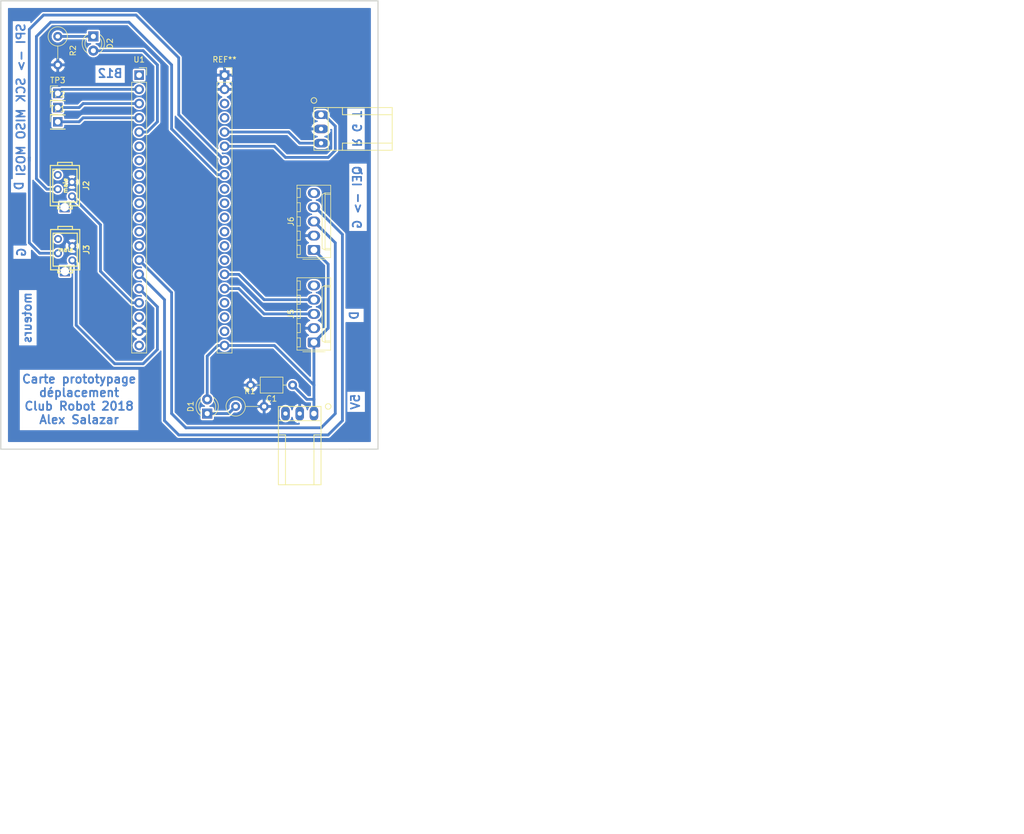
<source format=kicad_pcb>
(kicad_pcb (version 20171130) (host pcbnew "(5.0.1-3-g963ef8bb5)")

  (general
    (thickness 1.6)
    (drawings 23)
    (tracks 92)
    (zones 0)
    (modules 15)
    (nets 46)
  )

  (page A4)
  (layers
    (0 F.Cu signal)
    (31 B.Cu signal)
    (32 B.Adhes user)
    (33 F.Adhes user)
    (34 B.Paste user)
    (35 F.Paste user)
    (36 B.SilkS user)
    (37 F.SilkS user)
    (38 B.Mask user)
    (39 F.Mask user)
    (40 Dwgs.User user)
    (41 Cmts.User user)
    (42 Eco1.User user)
    (43 Eco2.User user)
    (44 Edge.Cuts user)
    (45 Margin user)
    (46 B.CrtYd user)
    (47 F.CrtYd user)
    (48 B.Fab user)
    (49 F.Fab user)
  )

  (setup
    (last_trace_width 0.5)
    (user_trace_width 0.2)
    (user_trace_width 0.3)
    (user_trace_width 0.4)
    (user_trace_width 0.5)
    (trace_clearance 0.2)
    (zone_clearance 0.29)
    (zone_45_only no)
    (trace_min 0.2)
    (segment_width 0.2)
    (edge_width 0.15)
    (via_size 0.8)
    (via_drill 0.4)
    (via_min_size 0.4)
    (via_min_drill 0.3)
    (uvia_size 0.3)
    (uvia_drill 0.1)
    (uvias_allowed no)
    (uvia_min_size 0.2)
    (uvia_min_drill 0.1)
    (pcb_text_width 0.3)
    (pcb_text_size 1.5 1.5)
    (mod_edge_width 0.15)
    (mod_text_size 1 1)
    (mod_text_width 0.15)
    (pad_size 1.524 1.524)
    (pad_drill 0.762)
    (pad_to_mask_clearance 0.051)
    (solder_mask_min_width 0.25)
    (aux_axis_origin 0 0)
    (visible_elements FFFFFF7F)
    (pcbplotparams
      (layerselection 0x010fc_ffffffff)
      (usegerberextensions false)
      (usegerberattributes false)
      (usegerberadvancedattributes false)
      (creategerberjobfile false)
      (excludeedgelayer true)
      (linewidth 0.100000)
      (plotframeref false)
      (viasonmask false)
      (mode 1)
      (useauxorigin false)
      (hpglpennumber 1)
      (hpglpenspeed 20)
      (hpglpendiameter 15.000000)
      (psnegative false)
      (psa4output false)
      (plotreference true)
      (plotvalue true)
      (plotinvisibletext false)
      (padsonsilk false)
      (subtractmaskfromsilk false)
      (outputformat 1)
      (mirror false)
      (drillshape 1)
      (scaleselection 1)
      (outputdirectory ""))
  )

  (net 0 "")
  (net 1 "Net-(D1-Pad1)")
  (net 2 +5V)
  (net 3 LED_feedback)
  (net 4 "Net-(D2-Pad1)")
  (net 5 "Net-(J1-Pad3)")
  (net 6 GND)
  (net 7 PWM_moteur_droit)
  (net 8 Direction_moteur_droit)
  (net 9 "Net-(J3-Pad4)")
  (net 10 Direction_moteur_gauche)
  (net 11 PWM_moteur_gauche)
  (net 12 TX)
  (net 13 RX)
  (net 14 "Net-(J6-Pad5)")
  (net 15 QEI_droite_2)
  (net 16 QEI_droite_1)
  (net 17 QEI_gauche_1)
  (net 18 QEI_gauche_2)
  (net 19 SPI_MOSI)
  (net 20 SPI_MISO)
  (net 21 SPI_SCK)
  (net 22 "Net-(U1-Pad1)")
  (net 23 "Net-(U1-Pad6)")
  (net 24 "Net-(U1-Pad7)")
  (net 25 "Net-(U1-Pad8)")
  (net 26 "Net-(U1-Pad9)")
  (net 27 "Net-(U1-Pad10)")
  (net 28 "Net-(U1-Pad11)")
  (net 29 "Net-(U1-Pad12)")
  (net 30 "Net-(U1-Pad13)")
  (net 31 "Net-(U1-Pad18)")
  (net 32 "Net-(U1-Pad20)")
  (net 33 "Net-(U1-Pad37)")
  (net 34 "Net-(U1-Pad38)")
  (net 35 "Net-(U1-Pad39)")
  (net 36 "Net-(U1-Pad31)")
  (net 37 "Net-(U1-Pad32)")
  (net 38 "Net-(U1-Pad33)")
  (net 39 "Net-(U1-Pad34)")
  (net 40 "Net-(U1-Pad29)")
  (net 41 "Net-(U1-Pad30)")
  (net 42 "Net-(U1-Pad24)")
  (net 43 "Net-(U1-Pad23)")
  (net 44 "Net-(J2-Pad4)")
  (net 45 "Net-(J5-Pad5)")

  (net_class Default "This is the default net class."
    (clearance 0.2)
    (trace_width 0.5)
    (via_dia 0.8)
    (via_drill 0.4)
    (uvia_dia 0.3)
    (uvia_drill 0.1)
    (add_net +5V)
    (add_net Direction_moteur_droit)
    (add_net Direction_moteur_gauche)
    (add_net GND)
    (add_net LED_feedback)
    (add_net "Net-(D1-Pad1)")
    (add_net "Net-(D2-Pad1)")
    (add_net "Net-(J1-Pad3)")
    (add_net "Net-(J2-Pad4)")
    (add_net "Net-(J3-Pad4)")
    (add_net "Net-(J5-Pad5)")
    (add_net "Net-(J6-Pad5)")
    (add_net "Net-(U1-Pad1)")
    (add_net "Net-(U1-Pad10)")
    (add_net "Net-(U1-Pad11)")
    (add_net "Net-(U1-Pad12)")
    (add_net "Net-(U1-Pad13)")
    (add_net "Net-(U1-Pad18)")
    (add_net "Net-(U1-Pad20)")
    (add_net "Net-(U1-Pad23)")
    (add_net "Net-(U1-Pad24)")
    (add_net "Net-(U1-Pad29)")
    (add_net "Net-(U1-Pad30)")
    (add_net "Net-(U1-Pad31)")
    (add_net "Net-(U1-Pad32)")
    (add_net "Net-(U1-Pad33)")
    (add_net "Net-(U1-Pad34)")
    (add_net "Net-(U1-Pad37)")
    (add_net "Net-(U1-Pad38)")
    (add_net "Net-(U1-Pad39)")
    (add_net "Net-(U1-Pad6)")
    (add_net "Net-(U1-Pad7)")
    (add_net "Net-(U1-Pad8)")
    (add_net "Net-(U1-Pad9)")
    (add_net PWM_moteur_droit)
    (add_net PWM_moteur_gauche)
    (add_net QEI_droite_1)
    (add_net QEI_droite_2)
    (add_net QEI_gauche_1)
    (add_net QEI_gauche_2)
    (add_net RX)
    (add_net SPI_MISO)
    (add_net SPI_MOSI)
    (add_net SPI_SCK)
    (add_net TX)
  )

  (net_class Interpin ""
    (clearance 0.2)
    (trace_width 0.3)
    (via_dia 0.8)
    (via_drill 0.4)
    (uvia_dia 0.3)
    (uvia_drill 0.1)
  )

  (module robot:blackpill (layer F.Cu) (tedit 5BDB2702) (tstamp 5BE7A5E1)
    (at 112.315001 58.975001)
    (descr "Through hole straight socket strip, 1x20, 2.54mm pitch, single row (from Kicad 4.0.7), script generated")
    (tags "Through hole socket strip THT 1x20 2.54mm single row")
    (path /5BDB17AF)
    (fp_text reference U1 (at 0 -2.77) (layer F.SilkS)
      (effects (font (size 1 1) (thickness 0.15)))
    )
    (fp_text value black_pill (at 0 51.03) (layer F.Fab)
      (effects (font (size 1 1) (thickness 0.15)))
    )
    (fp_text user REF** (at 15.24 -2.77) (layer F.SilkS)
      (effects (font (size 1 1) (thickness 0.15)))
    )
    (fp_text user blackpill (at 15.24 51.03) (layer F.Fab)
      (effects (font (size 1 1) (thickness 0.15)))
    )
    (fp_text user %R (at 15.24 24.13 90) (layer F.Fab)
      (effects (font (size 1 1) (thickness 0.15)))
    )
    (fp_line (start 16.51 -0.635) (end 16.51 49.53) (layer F.Fab) (width 0.1))
    (fp_line (start 16.51 49.53) (end 13.97 49.53) (layer F.Fab) (width 0.1))
    (fp_line (start 13.97 49.53) (end 13.97 -1.27) (layer F.Fab) (width 0.1))
    (fp_line (start 13.91 1.27) (end 16.57 1.27) (layer F.SilkS) (width 0.12))
    (fp_line (start 13.91 1.27) (end 13.91 49.59) (layer F.SilkS) (width 0.12))
    (fp_line (start 13.91 49.59) (end 16.57 49.59) (layer F.SilkS) (width 0.12))
    (fp_line (start 16.57 1.27) (end 16.57 49.59) (layer F.SilkS) (width 0.12))
    (fp_line (start 16.57 -1.33) (end 16.57 0) (layer F.SilkS) (width 0.12))
    (fp_line (start 15.24 -1.33) (end 16.57 -1.33) (layer F.SilkS) (width 0.12))
    (fp_line (start 13.44 -1.8) (end 16.99 -1.8) (layer F.CrtYd) (width 0.05))
    (fp_line (start 16.99 -1.8) (end 16.99 50) (layer F.CrtYd) (width 0.05))
    (fp_line (start 16.99 50) (end 13.44 50) (layer F.CrtYd) (width 0.05))
    (fp_line (start 13.44 50) (end 13.44 -1.8) (layer F.CrtYd) (width 0.05))
    (fp_line (start 15.875 -1.27) (end 16.51 -0.635) (layer F.Fab) (width 0.1))
    (fp_line (start 13.97 -1.27) (end 15.875 -1.27) (layer F.Fab) (width 0.1))
    (fp_text user %R (at 0 24.13 90) (layer F.Fab)
      (effects (font (size 1 1) (thickness 0.15)))
    )
    (fp_line (start -1.8 50) (end -1.8 -1.8) (layer F.CrtYd) (width 0.05))
    (fp_line (start 1.75 50) (end -1.8 50) (layer F.CrtYd) (width 0.05))
    (fp_line (start 1.75 -1.8) (end 1.75 50) (layer F.CrtYd) (width 0.05))
    (fp_line (start -1.8 -1.8) (end 1.75 -1.8) (layer F.CrtYd) (width 0.05))
    (fp_line (start 0 -1.33) (end 1.33 -1.33) (layer F.SilkS) (width 0.12))
    (fp_line (start 1.33 -1.33) (end 1.33 0) (layer F.SilkS) (width 0.12))
    (fp_line (start 1.33 1.27) (end 1.33 49.59) (layer F.SilkS) (width 0.12))
    (fp_line (start -1.33 49.59) (end 1.33 49.59) (layer F.SilkS) (width 0.12))
    (fp_line (start -1.33 1.27) (end -1.33 49.59) (layer F.SilkS) (width 0.12))
    (fp_line (start -1.33 1.27) (end 1.33 1.27) (layer F.SilkS) (width 0.12))
    (fp_line (start -1.27 49.53) (end -1.27 -1.27) (layer F.Fab) (width 0.1))
    (fp_line (start 1.27 49.53) (end -1.27 49.53) (layer F.Fab) (width 0.1))
    (fp_line (start 1.27 -0.635) (end 1.27 49.53) (layer F.Fab) (width 0.1))
    (fp_line (start 0.635 -1.27) (end 1.27 -0.635) (layer F.Fab) (width 0.1))
    (fp_line (start -1.27 -1.27) (end 0.635 -1.27) (layer F.Fab) (width 0.1))
    (pad 21 thru_hole rect (at 15.24 0) (size 1.7 1.7) (drill 1) (layers *.Cu *.Mask)
      (net 6 GND))
    (pad 35 thru_hole oval (at 15.24 35.56) (size 1.7 1.7) (drill 1) (layers *.Cu *.Mask)
      (net 15 QEI_droite_2))
    (pad 36 thru_hole oval (at 15.24 38.1) (size 1.7 1.7) (drill 1) (layers *.Cu *.Mask)
      (net 16 QEI_droite_1))
    (pad 37 thru_hole oval (at 15.24 40.64) (size 1.7 1.7) (drill 1) (layers *.Cu *.Mask)
      (net 33 "Net-(U1-Pad37)"))
    (pad 38 thru_hole oval (at 15.24 43.18) (size 1.7 1.7) (drill 1) (layers *.Cu *.Mask)
      (net 34 "Net-(U1-Pad38)"))
    (pad 39 thru_hole oval (at 15.24 45.72) (size 1.7 1.7) (drill 1) (layers *.Cu *.Mask)
      (net 35 "Net-(U1-Pad39)"))
    (pad 40 thru_hole oval (at 15.24 48.26) (size 1.7 1.7) (drill 1) (layers *.Cu *.Mask)
      (net 2 +5V))
    (pad 31 thru_hole oval (at 15.24 25.4) (size 1.7 1.7) (drill 1) (layers *.Cu *.Mask)
      (net 36 "Net-(U1-Pad31)"))
    (pad 32 thru_hole oval (at 15.24 27.94) (size 1.7 1.7) (drill 1) (layers *.Cu *.Mask)
      (net 37 "Net-(U1-Pad32)"))
    (pad 33 thru_hole oval (at 15.24 30.48) (size 1.7 1.7) (drill 1) (layers *.Cu *.Mask)
      (net 38 "Net-(U1-Pad33)"))
    (pad 34 thru_hole oval (at 15.24 33.02) (size 1.7 1.7) (drill 1) (layers *.Cu *.Mask)
      (net 39 "Net-(U1-Pad34)"))
    (pad 27 thru_hole oval (at 15.24 15.24) (size 1.7 1.7) (drill 1) (layers *.Cu *.Mask)
      (net 11 PWM_moteur_gauche))
    (pad 28 thru_hole oval (at 15.24 17.78) (size 1.7 1.7) (drill 1) (layers *.Cu *.Mask)
      (net 7 PWM_moteur_droit))
    (pad 29 thru_hole oval (at 15.24 20.32) (size 1.7 1.7) (drill 1) (layers *.Cu *.Mask)
      (net 40 "Net-(U1-Pad29)"))
    (pad 30 thru_hole oval (at 15.24 22.86) (size 1.7 1.7) (drill 1) (layers *.Cu *.Mask)
      (net 41 "Net-(U1-Pad30)"))
    (pad 24 thru_hole oval (at 15.24 7.62) (size 1.7 1.7) (drill 1) (layers *.Cu *.Mask)
      (net 42 "Net-(U1-Pad24)"))
    (pad 25 thru_hole oval (at 15.24 10.16) (size 1.7 1.7) (drill 1) (layers *.Cu *.Mask)
      (net 13 RX))
    (pad 26 thru_hole oval (at 15.24 12.7) (size 1.7 1.7) (drill 1) (layers *.Cu *.Mask)
      (net 12 TX))
    (pad 22 thru_hole oval (at 15.24 2.54) (size 1.7 1.7) (drill 1) (layers *.Cu *.Mask)
      (net 6 GND))
    (pad 23 thru_hole oval (at 15.24 5.08) (size 1.7 1.7) (drill 1) (layers *.Cu *.Mask)
      (net 43 "Net-(U1-Pad23)"))
    (pad 20 thru_hole oval (at 0 48.26) (size 1.7 1.7) (drill 1) (layers *.Cu *.Mask)
      (net 32 "Net-(U1-Pad20)"))
    (pad 19 thru_hole oval (at 0 45.72) (size 1.7 1.7) (drill 1) (layers *.Cu *.Mask)
      (net 6 GND))
    (pad 18 thru_hole oval (at 0 43.18) (size 1.7 1.7) (drill 1) (layers *.Cu *.Mask)
      (net 31 "Net-(U1-Pad18)"))
    (pad 17 thru_hole oval (at 0 40.64) (size 1.7 1.7) (drill 1) (layers *.Cu *.Mask)
      (net 8 Direction_moteur_droit))
    (pad 16 thru_hole oval (at 0 38.1) (size 1.7 1.7) (drill 1) (layers *.Cu *.Mask)
      (net 10 Direction_moteur_gauche))
    (pad 15 thru_hole oval (at 0 35.56) (size 1.7 1.7) (drill 1) (layers *.Cu *.Mask)
      (net 18 QEI_gauche_2))
    (pad 14 thru_hole oval (at 0 33.02) (size 1.7 1.7) (drill 1) (layers *.Cu *.Mask)
      (net 17 QEI_gauche_1))
    (pad 13 thru_hole oval (at 0 30.48) (size 1.7 1.7) (drill 1) (layers *.Cu *.Mask)
      (net 30 "Net-(U1-Pad13)"))
    (pad 12 thru_hole oval (at 0 27.94) (size 1.7 1.7) (drill 1) (layers *.Cu *.Mask)
      (net 29 "Net-(U1-Pad12)"))
    (pad 11 thru_hole oval (at 0 25.4) (size 1.7 1.7) (drill 1) (layers *.Cu *.Mask)
      (net 28 "Net-(U1-Pad11)"))
    (pad 10 thru_hole oval (at 0 22.86) (size 1.7 1.7) (drill 1) (layers *.Cu *.Mask)
      (net 27 "Net-(U1-Pad10)"))
    (pad 9 thru_hole oval (at 0 20.32) (size 1.7 1.7) (drill 1) (layers *.Cu *.Mask)
      (net 26 "Net-(U1-Pad9)"))
    (pad 8 thru_hole oval (at 0 17.78) (size 1.7 1.7) (drill 1) (layers *.Cu *.Mask)
      (net 25 "Net-(U1-Pad8)"))
    (pad 7 thru_hole oval (at 0 15.24) (size 1.7 1.7) (drill 1) (layers *.Cu *.Mask)
      (net 24 "Net-(U1-Pad7)"))
    (pad 6 thru_hole oval (at 0 12.7) (size 1.7 1.7) (drill 1) (layers *.Cu *.Mask)
      (net 23 "Net-(U1-Pad6)"))
    (pad 5 thru_hole oval (at 0 10.16) (size 1.7 1.7) (drill 1) (layers *.Cu *.Mask)
      (net 3 LED_feedback))
    (pad 4 thru_hole oval (at 0 7.62) (size 1.7 1.7) (drill 1) (layers *.Cu *.Mask)
      (net 19 SPI_MOSI))
    (pad 3 thru_hole oval (at 0 5.08) (size 1.7 1.7) (drill 1) (layers *.Cu *.Mask)
      (net 20 SPI_MISO))
    (pad 2 thru_hole oval (at 0 2.54) (size 1.7 1.7) (drill 1) (layers *.Cu *.Mask)
      (net 21 SPI_SCK))
    (pad 1 thru_hole rect (at 0 0) (size 1.7 1.7) (drill 1) (layers *.Cu *.Mask)
      (net 22 "Net-(U1-Pad1)"))
    (model ${KISYS3DMOD}/Connector_PinSocket_2.54mm.3dshapes/PinSocket_1x20_P2.54mm_Vertical.wrl
      (at (xyz 0 0 0))
      (scale (xyz 1 1 1))
      (rotate (xyz 0 0 0))
    )
  )

  (module Connector_Molex:Molex_KK-254_AE-6410-05A_1x05_P2.54mm_Vertical (layer F.Cu) (tedit 5B78013E) (tstamp 5BF3E709)
    (at 143.51 106.68 90)
    (descr "Molex KK-254 Interconnect System, old/engineering part number: AE-6410-05A example for new part number: 22-27-2051, 5 Pins (http://www.molex.com/pdm_docs/sd/022272021_sd.pdf), generated with kicad-footprint-generator")
    (tags "connector Molex KK-254 side entry")
    (path /5BDB4109)
    (fp_text reference J5 (at 5.08 -4.12 90) (layer F.SilkS)
      (effects (font (size 1 1) (thickness 0.15)))
    )
    (fp_text value QEI_droite (at 5.08 4.08 90) (layer F.Fab)
      (effects (font (size 1 1) (thickness 0.15)))
    )
    (fp_text user %R (at 5.08 -2.22 90) (layer F.Fab)
      (effects (font (size 1 1) (thickness 0.15)))
    )
    (fp_line (start 11.93 -3.42) (end -1.77 -3.42) (layer F.CrtYd) (width 0.05))
    (fp_line (start 11.93 3.38) (end 11.93 -3.42) (layer F.CrtYd) (width 0.05))
    (fp_line (start -1.77 3.38) (end 11.93 3.38) (layer F.CrtYd) (width 0.05))
    (fp_line (start -1.77 -3.42) (end -1.77 3.38) (layer F.CrtYd) (width 0.05))
    (fp_line (start 10.96 -2.43) (end 10.96 -3.03) (layer F.SilkS) (width 0.12))
    (fp_line (start 9.36 -2.43) (end 10.96 -2.43) (layer F.SilkS) (width 0.12))
    (fp_line (start 9.36 -3.03) (end 9.36 -2.43) (layer F.SilkS) (width 0.12))
    (fp_line (start 8.42 -2.43) (end 8.42 -3.03) (layer F.SilkS) (width 0.12))
    (fp_line (start 6.82 -2.43) (end 8.42 -2.43) (layer F.SilkS) (width 0.12))
    (fp_line (start 6.82 -3.03) (end 6.82 -2.43) (layer F.SilkS) (width 0.12))
    (fp_line (start 5.88 -2.43) (end 5.88 -3.03) (layer F.SilkS) (width 0.12))
    (fp_line (start 4.28 -2.43) (end 5.88 -2.43) (layer F.SilkS) (width 0.12))
    (fp_line (start 4.28 -3.03) (end 4.28 -2.43) (layer F.SilkS) (width 0.12))
    (fp_line (start 3.34 -2.43) (end 3.34 -3.03) (layer F.SilkS) (width 0.12))
    (fp_line (start 1.74 -2.43) (end 3.34 -2.43) (layer F.SilkS) (width 0.12))
    (fp_line (start 1.74 -3.03) (end 1.74 -2.43) (layer F.SilkS) (width 0.12))
    (fp_line (start 0.8 -2.43) (end 0.8 -3.03) (layer F.SilkS) (width 0.12))
    (fp_line (start -0.8 -2.43) (end 0.8 -2.43) (layer F.SilkS) (width 0.12))
    (fp_line (start -0.8 -3.03) (end -0.8 -2.43) (layer F.SilkS) (width 0.12))
    (fp_line (start 9.91 2.99) (end 9.91 1.99) (layer F.SilkS) (width 0.12))
    (fp_line (start 0.25 2.99) (end 0.25 1.99) (layer F.SilkS) (width 0.12))
    (fp_line (start 9.91 1.46) (end 10.16 1.99) (layer F.SilkS) (width 0.12))
    (fp_line (start 0.25 1.46) (end 9.91 1.46) (layer F.SilkS) (width 0.12))
    (fp_line (start 0 1.99) (end 0.25 1.46) (layer F.SilkS) (width 0.12))
    (fp_line (start 10.16 1.99) (end 10.16 2.99) (layer F.SilkS) (width 0.12))
    (fp_line (start 0 1.99) (end 10.16 1.99) (layer F.SilkS) (width 0.12))
    (fp_line (start 0 2.99) (end 0 1.99) (layer F.SilkS) (width 0.12))
    (fp_line (start -0.562893 0) (end -1.27 0.5) (layer F.Fab) (width 0.1))
    (fp_line (start -1.27 -0.5) (end -0.562893 0) (layer F.Fab) (width 0.1))
    (fp_line (start -1.67 -2) (end -1.67 2) (layer F.SilkS) (width 0.12))
    (fp_line (start 11.54 -3.03) (end -1.38 -3.03) (layer F.SilkS) (width 0.12))
    (fp_line (start 11.54 2.99) (end 11.54 -3.03) (layer F.SilkS) (width 0.12))
    (fp_line (start -1.38 2.99) (end 11.54 2.99) (layer F.SilkS) (width 0.12))
    (fp_line (start -1.38 -3.03) (end -1.38 2.99) (layer F.SilkS) (width 0.12))
    (fp_line (start 11.43 -2.92) (end -1.27 -2.92) (layer F.Fab) (width 0.1))
    (fp_line (start 11.43 2.88) (end 11.43 -2.92) (layer F.Fab) (width 0.1))
    (fp_line (start -1.27 2.88) (end 11.43 2.88) (layer F.Fab) (width 0.1))
    (fp_line (start -1.27 -2.92) (end -1.27 2.88) (layer F.Fab) (width 0.1))
    (pad 5 thru_hole oval (at 10.16 0 90) (size 1.74 2.2) (drill 1.2) (layers *.Cu *.Mask)
      (net 45 "Net-(J5-Pad5)"))
    (pad 4 thru_hole oval (at 7.62 0 90) (size 1.74 2.2) (drill 1.2) (layers *.Cu *.Mask)
      (net 15 QEI_droite_2))
    (pad 3 thru_hole oval (at 5.08 0 90) (size 1.74 2.2) (drill 1.2) (layers *.Cu *.Mask)
      (net 16 QEI_droite_1))
    (pad 2 thru_hole oval (at 2.54 0 90) (size 1.74 2.2) (drill 1.2) (layers *.Cu *.Mask)
      (net 6 GND))
    (pad 1 thru_hole roundrect (at 0 0 90) (size 1.74 2.2) (drill 1.2) (layers *.Cu *.Mask) (roundrect_rratio 0.143678)
      (net 2 +5V))
    (model ${KISYS3DMOD}/Connector_Molex.3dshapes/Molex_KK-254_AE-6410-05A_1x05_P2.54mm_Vertical.wrl
      (at (xyz 0 0 0))
      (scale (xyz 1 1 1))
      (rotate (xyz 0 0 0))
    )
  )

  (module robot:HE13-3 (layer F.Cu) (tedit 5BDB2C36) (tstamp 5BF3E5F6)
    (at 148.59 68.58 270)
    (tags "HE13 3 logique")
    (path /5BDB84F6)
    (fp_text reference J4 (at 0 -2.54 270) (layer F.SilkS) hide
      (effects (font (size 1 1) (thickness 0.15)))
    )
    (fp_text value Conn_01x03 (at 0 1.27 270) (layer F.Fab) hide
      (effects (font (size 1 1) (thickness 0.15)))
    )
    (fp_line (start 3.81 2.54) (end -3.81 2.54) (layer F.Fab) (width 0.15))
    (fp_line (start 2.54 0) (end 3.81 0) (layer F.Fab) (width 0.15))
    (fp_line (start 2.54 -8.89) (end 2.54 0) (layer F.Fab) (width 0.15))
    (fp_line (start -2.54 0) (end -3.81 0) (layer F.Fab) (width 0.15))
    (fp_line (start -2.54 -8.89) (end -2.54 0) (layer F.Fab) (width 0.15))
    (fp_line (start 3.81 -8.89) (end -3.81 -8.89) (layer F.Fab) (width 0.15))
    (fp_line (start 3.81 5.08) (end 3.81 -8.89) (layer F.Fab) (width 0.15))
    (fp_line (start -3.81 5.08) (end 3.81 5.08) (layer F.Fab) (width 0.15))
    (fp_line (start -3.81 -8.89) (end -3.81 5.08) (layer F.Fab) (width 0.15))
    (fp_circle (center -5.08 5.08) (end -4.58 5.08) (layer F.SilkS) (width 0.15))
    (fp_line (start 3.81 2.54) (end 3.81 5.08) (layer F.SilkS) (width 0.15))
    (fp_line (start 3.81 5.08) (end -3.81 5.08) (layer F.SilkS) (width 0.15))
    (fp_line (start -3.81 5.08) (end -3.81 2.54) (layer F.SilkS) (width 0.15))
    (fp_line (start -3.81 2.54) (end 3.81 2.54) (layer F.SilkS) (width 0.15))
    (fp_line (start 3.81 -8.89) (end 3.81 2.54) (layer F.SilkS) (width 0.15))
    (fp_line (start 3.81 -8.89) (end -3.81 -8.89) (layer F.SilkS) (width 0.15))
    (fp_line (start -3.81 -8.89) (end -3.81 2.54) (layer F.SilkS) (width 0.15))
    (fp_line (start -3.81 0) (end -2.54 0) (layer F.SilkS) (width 0.15))
    (fp_line (start -2.54 0) (end -2.54 -8.89) (layer F.SilkS) (width 0.15))
    (fp_line (start 2.54 -8.89) (end 2.54 0) (layer F.SilkS) (width 0.15))
    (fp_line (start 2.54 0) (end 3.81 0) (layer F.SilkS) (width 0.15))
    (pad 2 thru_hole oval (at 0 3.81 270) (size 1.524 2.54) (drill 0.762) (layers *.Cu *.Mask)
      (net 6 GND))
    (pad 1 thru_hole oval (at -2.54 3.81 270) (size 1.524 2.54) (drill 1) (layers *.Cu *.Mask)
      (net 12 TX))
    (pad 3 thru_hole oval (at 2.54 3.81 270) (size 1.524 2.54) (drill 0.762) (layers *.Cu *.Mask)
      (net 13 RX))
    (model /Users/alex/Desktop/c-281698-3-g-3d.stp
      (offset (xyz 0 9 3))
      (scale (xyz 1 1 1))
      (rotate (xyz -90 0 180))
    )
  )

  (module robot:micromatch-4-pin-male (layer F.Cu) (tedit 5B11B77D) (tstamp 5BF3FA87)
    (at 99.06 78.7 270)
    (descr ./Docs/ENG_CD_215464_N_215464-c_drw.pdf)
    (tags "micromatch, robot, micro-MaTch, TH, 4-pin, male")
    (path /5BDB95E5)
    (fp_text reference J2 (at 0 -3.8 270) (layer F.SilkS)
      (effects (font (size 1 1) (thickness 0.2)))
    )
    (fp_text value moteur_droit (at 0 3.9 270) (layer F.SilkS) hide
      (effects (font (size 1 1) (thickness 0.2)))
    )
    (fp_line (start -3.6 2.6) (end -3.6 -2.6) (layer F.SilkS) (width 0.2))
    (fp_line (start 3.6 2.6) (end -3.6 2.6) (layer F.SilkS) (width 0.2))
    (fp_line (start 3.6 -2.6) (end 3.6 2.6) (layer F.SilkS) (width 0.2))
    (fp_line (start -3.6 -2.6) (end 3.6 -2.6) (layer F.SilkS) (width 0.2))
    (fp_line (start 4.15 1.3) (end 3.6 1.3) (layer F.SilkS) (width 0.2))
    (fp_line (start 4.15 -1.3) (end 4.15 1.3) (layer F.SilkS) (width 0.2))
    (fp_line (start 3.6 -1.3) (end 4.15 -1.3) (layer F.SilkS) (width 0.2))
    (fp_line (start -4.15 1.3) (end -3.6 1.3) (layer F.SilkS) (width 0.2))
    (fp_line (start -4.15 -1.3) (end -4.15 1.3) (layer F.SilkS) (width 0.2))
    (fp_line (start -3.6 -1.3) (end -4.15 -1.3) (layer F.SilkS) (width 0.2))
    (fp_line (start -2.94 2.16) (end -2.94 -2.16) (layer F.SilkS) (width 0.2))
    (fp_line (start 2.94 2.16) (end -2.94 2.16) (layer F.SilkS) (width 0.2))
    (fp_line (start 2.94 -2.16) (end 2.94 2.16) (layer F.SilkS) (width 0.2))
    (fp_line (start -2.94 -2.16) (end 2.94 -2.16) (layer F.SilkS) (width 0.2))
    (fp_line (start 2.94 -1.1) (end 3.6 -1.1) (layer F.SilkS) (width 0.1))
    (fp_line (start 2.94 1.1) (end 3.6 1.1) (layer F.SilkS) (width 0.1))
    (fp_line (start 2.94 0) (end 3.6 0) (layer F.SilkS) (width 0.1))
    (fp_line (start 2.94 -1.1) (end 3.24 -0.8) (layer F.SilkS) (width 0.1))
    (fp_line (start 3.24 -0.3) (end 3.24 -0.8) (layer F.SilkS) (width 0.1))
    (fp_line (start 2.94 0) (end 3.24 -0.3) (layer F.SilkS) (width 0.1))
    (fp_line (start 3.24 -0.8) (end 3.6 -0.8) (layer F.SilkS) (width 0.1))
    (fp_line (start 3.24 -0.3) (end 3.6 -0.3) (layer F.SilkS) (width 0.1))
    (fp_text user male (at 0 -0.07 90) (layer F.SilkS)
      (effects (font (size 0.75 0.75) (thickness 0.1875)))
    )
    (pad "" np_thru_hole rect (at 3.85 0.05 270) (size 1.8 1.8) (drill 1.5) (layers *.Cu *.Mask))
    (pad 4 thru_hole circle (at -1.905 1.27 270) (size 1.4 1.4) (drill 0.8) (layers *.Cu *.Mask)
      (net 44 "Net-(J2-Pad4)"))
    (pad 3 thru_hole circle (at -0.635 -1.27 270) (size 1.4 1.4) (drill 0.8) (layers *.Cu *.Mask)
      (net 6 GND))
    (pad 2 thru_hole circle (at 0.635 1.27 270) (size 1.4 1.4) (drill 0.8) (layers *.Cu *.Mask)
      (net 7 PWM_moteur_droit))
    (pad 1 thru_hole circle (at 1.905 -1.27 270) (size 1.4 1.4) (drill 0.8) (layers *.Cu *.Mask)
      (net 8 Direction_moteur_droit))
    (model /home/paul/kicad-lib-git/kicad-3D/11151.igs
      (at (xyz 0 0 0))
      (scale (xyz 1 1 1))
      (rotate (xyz 90 -180 -180))
    )
  )

  (module LED_THT:LED_D3.0mm (layer F.Cu) (tedit 587A3A7B) (tstamp 5BF40050)
    (at 124.46 119.38 90)
    (descr "LED, diameter 3.0mm, 2 pins")
    (tags "LED diameter 3.0mm 2 pins")
    (path /5BDBC246)
    (fp_text reference D1 (at 1.27 -2.96 90) (layer F.SilkS)
      (effects (font (size 1 1) (thickness 0.15)))
    )
    (fp_text value LED (at 1.27 2.96 90) (layer F.Fab)
      (effects (font (size 1 1) (thickness 0.15)))
    )
    (fp_line (start 3.7 -2.25) (end -1.15 -2.25) (layer F.CrtYd) (width 0.05))
    (fp_line (start 3.7 2.25) (end 3.7 -2.25) (layer F.CrtYd) (width 0.05))
    (fp_line (start -1.15 2.25) (end 3.7 2.25) (layer F.CrtYd) (width 0.05))
    (fp_line (start -1.15 -2.25) (end -1.15 2.25) (layer F.CrtYd) (width 0.05))
    (fp_line (start -0.29 1.08) (end -0.29 1.236) (layer F.SilkS) (width 0.12))
    (fp_line (start -0.29 -1.236) (end -0.29 -1.08) (layer F.SilkS) (width 0.12))
    (fp_line (start -0.23 -1.16619) (end -0.23 1.16619) (layer F.Fab) (width 0.1))
    (fp_circle (center 1.27 0) (end 2.77 0) (layer F.Fab) (width 0.1))
    (fp_arc (start 1.27 0) (end 0.229039 1.08) (angle -87.9) (layer F.SilkS) (width 0.12))
    (fp_arc (start 1.27 0) (end 0.229039 -1.08) (angle 87.9) (layer F.SilkS) (width 0.12))
    (fp_arc (start 1.27 0) (end -0.29 1.235516) (angle -108.8) (layer F.SilkS) (width 0.12))
    (fp_arc (start 1.27 0) (end -0.29 -1.235516) (angle 108.8) (layer F.SilkS) (width 0.12))
    (fp_arc (start 1.27 0) (end -0.23 -1.16619) (angle 284.3) (layer F.Fab) (width 0.1))
    (pad 2 thru_hole circle (at 2.54 0 90) (size 1.8 1.8) (drill 0.9) (layers *.Cu *.Mask)
      (net 2 +5V))
    (pad 1 thru_hole rect (at 0 0 90) (size 1.8 1.8) (drill 0.9) (layers *.Cu *.Mask)
      (net 1 "Net-(D1-Pad1)"))
    (model ${KISYS3DMOD}/LED_THT.3dshapes/LED_D3.0mm.wrl
      (at (xyz 0 0 0))
      (scale (xyz 1 1 1))
      (rotate (xyz 0 0 0))
    )
  )

  (module LED_THT:LED_D3.0mm (layer F.Cu) (tedit 587A3A7B) (tstamp 5BF3F1FB)
    (at 104.14 52.07 270)
    (descr "LED, diameter 3.0mm, 2 pins")
    (tags "LED diameter 3.0mm 2 pins")
    (path /5BDBC70C)
    (fp_text reference D2 (at 1.27 -2.96 270) (layer F.SilkS)
      (effects (font (size 1 1) (thickness 0.15)))
    )
    (fp_text value LED (at 1.27 2.96 270) (layer F.Fab)
      (effects (font (size 1 1) (thickness 0.15)))
    )
    (fp_line (start 3.7 -2.25) (end -1.15 -2.25) (layer F.CrtYd) (width 0.05))
    (fp_line (start 3.7 2.25) (end 3.7 -2.25) (layer F.CrtYd) (width 0.05))
    (fp_line (start -1.15 2.25) (end 3.7 2.25) (layer F.CrtYd) (width 0.05))
    (fp_line (start -1.15 -2.25) (end -1.15 2.25) (layer F.CrtYd) (width 0.05))
    (fp_line (start -0.29 1.08) (end -0.29 1.236) (layer F.SilkS) (width 0.12))
    (fp_line (start -0.29 -1.236) (end -0.29 -1.08) (layer F.SilkS) (width 0.12))
    (fp_line (start -0.23 -1.16619) (end -0.23 1.16619) (layer F.Fab) (width 0.1))
    (fp_circle (center 1.27 0) (end 2.77 0) (layer F.Fab) (width 0.1))
    (fp_arc (start 1.27 0) (end 0.229039 1.08) (angle -87.9) (layer F.SilkS) (width 0.12))
    (fp_arc (start 1.27 0) (end 0.229039 -1.08) (angle 87.9) (layer F.SilkS) (width 0.12))
    (fp_arc (start 1.27 0) (end -0.29 1.235516) (angle -108.8) (layer F.SilkS) (width 0.12))
    (fp_arc (start 1.27 0) (end -0.29 -1.235516) (angle 108.8) (layer F.SilkS) (width 0.12))
    (fp_arc (start 1.27 0) (end -0.23 -1.16619) (angle 284.3) (layer F.Fab) (width 0.1))
    (pad 2 thru_hole circle (at 2.54 0 270) (size 1.8 1.8) (drill 0.9) (layers *.Cu *.Mask)
      (net 3 LED_feedback))
    (pad 1 thru_hole rect (at 0 0 270) (size 1.8 1.8) (drill 0.9) (layers *.Cu *.Mask)
      (net 4 "Net-(D2-Pad1)"))
    (model ${KISYS3DMOD}/LED_THT.3dshapes/LED_D3.0mm.wrl
      (at (xyz 0 0 0))
      (scale (xyz 1 1 1))
      (rotate (xyz 0 0 0))
    )
  )

  (module robot:HE13-3 (layer F.Cu) (tedit 5BDB2C36) (tstamp 5BE7C03F)
    (at 140.97 123.19 180)
    (tags "HE13 3 logique")
    (path /5BDB21CE)
    (fp_text reference J1 (at 0 -2.54 180) (layer F.SilkS) hide
      (effects (font (size 1 1) (thickness 0.15)))
    )
    (fp_text value alim_logique_5V (at 0 1.27 180) (layer F.Fab) hide
      (effects (font (size 1 1) (thickness 0.15)))
    )
    (fp_line (start 3.81 2.54) (end -3.81 2.54) (layer F.Fab) (width 0.15))
    (fp_line (start 2.54 0) (end 3.81 0) (layer F.Fab) (width 0.15))
    (fp_line (start 2.54 -8.89) (end 2.54 0) (layer F.Fab) (width 0.15))
    (fp_line (start -2.54 0) (end -3.81 0) (layer F.Fab) (width 0.15))
    (fp_line (start -2.54 -8.89) (end -2.54 0) (layer F.Fab) (width 0.15))
    (fp_line (start 3.81 -8.89) (end -3.81 -8.89) (layer F.Fab) (width 0.15))
    (fp_line (start 3.81 5.08) (end 3.81 -8.89) (layer F.Fab) (width 0.15))
    (fp_line (start -3.81 5.08) (end 3.81 5.08) (layer F.Fab) (width 0.15))
    (fp_line (start -3.81 -8.89) (end -3.81 5.08) (layer F.Fab) (width 0.15))
    (fp_circle (center -5.08 5.08) (end -4.58 5.08) (layer F.SilkS) (width 0.15))
    (fp_line (start 3.81 2.54) (end 3.81 5.08) (layer F.SilkS) (width 0.15))
    (fp_line (start 3.81 5.08) (end -3.81 5.08) (layer F.SilkS) (width 0.15))
    (fp_line (start -3.81 5.08) (end -3.81 2.54) (layer F.SilkS) (width 0.15))
    (fp_line (start -3.81 2.54) (end 3.81 2.54) (layer F.SilkS) (width 0.15))
    (fp_line (start 3.81 -8.89) (end 3.81 2.54) (layer F.SilkS) (width 0.15))
    (fp_line (start 3.81 -8.89) (end -3.81 -8.89) (layer F.SilkS) (width 0.15))
    (fp_line (start -3.81 -8.89) (end -3.81 2.54) (layer F.SilkS) (width 0.15))
    (fp_line (start -3.81 0) (end -2.54 0) (layer F.SilkS) (width 0.15))
    (fp_line (start -2.54 0) (end -2.54 -8.89) (layer F.SilkS) (width 0.15))
    (fp_line (start 2.54 -8.89) (end 2.54 0) (layer F.SilkS) (width 0.15))
    (fp_line (start 2.54 0) (end 3.81 0) (layer F.SilkS) (width 0.15))
    (pad 2 thru_hole oval (at 0 3.81 180) (size 1.524 2.54) (drill 0.762) (layers *.Cu *.Mask)
      (net 6 GND))
    (pad 1 thru_hole oval (at -2.54 3.81 180) (size 1.524 2.54) (drill 1) (layers *.Cu *.Mask)
      (net 2 +5V))
    (pad 3 thru_hole oval (at 2.54 3.81 180) (size 1.524 2.54) (drill 0.762) (layers *.Cu *.Mask)
      (net 5 "Net-(J1-Pad3)"))
    (model /Users/alex/Desktop/c-281698-3-g-3d.stp
      (offset (xyz 0 9 3))
      (scale (xyz 1 1 1))
      (rotate (xyz -90 0 180))
    )
  )

  (module robot:micromatch-4-pin-male (layer F.Cu) (tedit 5B11B77D) (tstamp 5BF40217)
    (at 99.11 90.13 270)
    (descr ./Docs/ENG_CD_215464_N_215464-c_drw.pdf)
    (tags "micromatch, robot, micro-MaTch, TH, 4-pin, male")
    (path /5BDB9851)
    (fp_text reference J3 (at 0 -3.8 270) (layer F.SilkS)
      (effects (font (size 1 1) (thickness 0.2)))
    )
    (fp_text value moteur_gauche (at 0 3.9 270) (layer F.SilkS) hide
      (effects (font (size 1 1) (thickness 0.2)))
    )
    (fp_line (start -3.6 2.6) (end -3.6 -2.6) (layer F.SilkS) (width 0.2))
    (fp_line (start 3.6 2.6) (end -3.6 2.6) (layer F.SilkS) (width 0.2))
    (fp_line (start 3.6 -2.6) (end 3.6 2.6) (layer F.SilkS) (width 0.2))
    (fp_line (start -3.6 -2.6) (end 3.6 -2.6) (layer F.SilkS) (width 0.2))
    (fp_line (start 4.15 1.3) (end 3.6 1.3) (layer F.SilkS) (width 0.2))
    (fp_line (start 4.15 -1.3) (end 4.15 1.3) (layer F.SilkS) (width 0.2))
    (fp_line (start 3.6 -1.3) (end 4.15 -1.3) (layer F.SilkS) (width 0.2))
    (fp_line (start -4.15 1.3) (end -3.6 1.3) (layer F.SilkS) (width 0.2))
    (fp_line (start -4.15 -1.3) (end -4.15 1.3) (layer F.SilkS) (width 0.2))
    (fp_line (start -3.6 -1.3) (end -4.15 -1.3) (layer F.SilkS) (width 0.2))
    (fp_line (start -2.94 2.16) (end -2.94 -2.16) (layer F.SilkS) (width 0.2))
    (fp_line (start 2.94 2.16) (end -2.94 2.16) (layer F.SilkS) (width 0.2))
    (fp_line (start 2.94 -2.16) (end 2.94 2.16) (layer F.SilkS) (width 0.2))
    (fp_line (start -2.94 -2.16) (end 2.94 -2.16) (layer F.SilkS) (width 0.2))
    (fp_line (start 2.94 -1.1) (end 3.6 -1.1) (layer F.SilkS) (width 0.1))
    (fp_line (start 2.94 1.1) (end 3.6 1.1) (layer F.SilkS) (width 0.1))
    (fp_line (start 2.94 0) (end 3.6 0) (layer F.SilkS) (width 0.1))
    (fp_line (start 2.94 -1.1) (end 3.24 -0.8) (layer F.SilkS) (width 0.1))
    (fp_line (start 3.24 -0.3) (end 3.24 -0.8) (layer F.SilkS) (width 0.1))
    (fp_line (start 2.94 0) (end 3.24 -0.3) (layer F.SilkS) (width 0.1))
    (fp_line (start 3.24 -0.8) (end 3.6 -0.8) (layer F.SilkS) (width 0.1))
    (fp_line (start 3.24 -0.3) (end 3.6 -0.3) (layer F.SilkS) (width 0.1))
    (fp_text user male (at 0 -0.07) (layer F.SilkS)
      (effects (font (size 0.75 0.75) (thickness 0.1875)))
    )
    (pad "" np_thru_hole rect (at 3.85 0.05 270) (size 1.8 1.8) (drill 1.5) (layers *.Cu *.Mask))
    (pad 4 thru_hole circle (at -1.905 1.27 270) (size 1.4 1.4) (drill 0.8) (layers *.Cu *.Mask)
      (net 9 "Net-(J3-Pad4)"))
    (pad 3 thru_hole circle (at -0.635 -1.27 270) (size 1.4 1.4) (drill 0.8) (layers *.Cu *.Mask)
      (net 6 GND))
    (pad 2 thru_hole circle (at 0.635 1.27 270) (size 1.4 1.4) (drill 0.8) (layers *.Cu *.Mask)
      (net 11 PWM_moteur_gauche))
    (pad 1 thru_hole circle (at 1.905 -1.27 270) (size 1.4 1.4) (drill 0.8) (layers *.Cu *.Mask)
      (net 10 Direction_moteur_gauche))
    (model /home/paul/kicad-lib-git/kicad-3D/11151.igs
      (at (xyz 0 0 0))
      (scale (xyz 1 1 1))
      (rotate (xyz 90 -180 -180))
    )
  )

  (module Connector_Molex:Molex_KK-254_AE-6410-05A_1x05_P2.54mm_Vertical (layer F.Cu) (tedit 5B78013E) (tstamp 5BF3EE0E)
    (at 143.51 90.17 90)
    (descr "Molex KK-254 Interconnect System, old/engineering part number: AE-6410-05A example for new part number: 22-27-2051, 5 Pins (http://www.molex.com/pdm_docs/sd/022272021_sd.pdf), generated with kicad-footprint-generator")
    (tags "connector Molex KK-254 side entry")
    (path /5BDB27DA)
    (fp_text reference J6 (at 5.08 -4.12 90) (layer F.SilkS)
      (effects (font (size 1 1) (thickness 0.15)))
    )
    (fp_text value QEI_gauche (at 5.08 4.08 90) (layer F.Fab)
      (effects (font (size 1 1) (thickness 0.15)))
    )
    (fp_text user %R (at 5.08 -2.22 90) (layer F.Fab)
      (effects (font (size 1 1) (thickness 0.15)))
    )
    (fp_line (start 11.93 -3.42) (end -1.77 -3.42) (layer F.CrtYd) (width 0.05))
    (fp_line (start 11.93 3.38) (end 11.93 -3.42) (layer F.CrtYd) (width 0.05))
    (fp_line (start -1.77 3.38) (end 11.93 3.38) (layer F.CrtYd) (width 0.05))
    (fp_line (start -1.77 -3.42) (end -1.77 3.38) (layer F.CrtYd) (width 0.05))
    (fp_line (start 10.96 -2.43) (end 10.96 -3.03) (layer F.SilkS) (width 0.12))
    (fp_line (start 9.36 -2.43) (end 10.96 -2.43) (layer F.SilkS) (width 0.12))
    (fp_line (start 9.36 -3.03) (end 9.36 -2.43) (layer F.SilkS) (width 0.12))
    (fp_line (start 8.42 -2.43) (end 8.42 -3.03) (layer F.SilkS) (width 0.12))
    (fp_line (start 6.82 -2.43) (end 8.42 -2.43) (layer F.SilkS) (width 0.12))
    (fp_line (start 6.82 -3.03) (end 6.82 -2.43) (layer F.SilkS) (width 0.12))
    (fp_line (start 5.88 -2.43) (end 5.88 -3.03) (layer F.SilkS) (width 0.12))
    (fp_line (start 4.28 -2.43) (end 5.88 -2.43) (layer F.SilkS) (width 0.12))
    (fp_line (start 4.28 -3.03) (end 4.28 -2.43) (layer F.SilkS) (width 0.12))
    (fp_line (start 3.34 -2.43) (end 3.34 -3.03) (layer F.SilkS) (width 0.12))
    (fp_line (start 1.74 -2.43) (end 3.34 -2.43) (layer F.SilkS) (width 0.12))
    (fp_line (start 1.74 -3.03) (end 1.74 -2.43) (layer F.SilkS) (width 0.12))
    (fp_line (start 0.8 -2.43) (end 0.8 -3.03) (layer F.SilkS) (width 0.12))
    (fp_line (start -0.8 -2.43) (end 0.8 -2.43) (layer F.SilkS) (width 0.12))
    (fp_line (start -0.8 -3.03) (end -0.8 -2.43) (layer F.SilkS) (width 0.12))
    (fp_line (start 9.91 2.99) (end 9.91 1.99) (layer F.SilkS) (width 0.12))
    (fp_line (start 0.25 2.99) (end 0.25 1.99) (layer F.SilkS) (width 0.12))
    (fp_line (start 9.91 1.46) (end 10.16 1.99) (layer F.SilkS) (width 0.12))
    (fp_line (start 0.25 1.46) (end 9.91 1.46) (layer F.SilkS) (width 0.12))
    (fp_line (start 0 1.99) (end 0.25 1.46) (layer F.SilkS) (width 0.12))
    (fp_line (start 10.16 1.99) (end 10.16 2.99) (layer F.SilkS) (width 0.12))
    (fp_line (start 0 1.99) (end 10.16 1.99) (layer F.SilkS) (width 0.12))
    (fp_line (start 0 2.99) (end 0 1.99) (layer F.SilkS) (width 0.12))
    (fp_line (start -0.562893 0) (end -1.27 0.5) (layer F.Fab) (width 0.1))
    (fp_line (start -1.27 -0.5) (end -0.562893 0) (layer F.Fab) (width 0.1))
    (fp_line (start -1.67 -2) (end -1.67 2) (layer F.SilkS) (width 0.12))
    (fp_line (start 11.54 -3.03) (end -1.38 -3.03) (layer F.SilkS) (width 0.12))
    (fp_line (start 11.54 2.99) (end 11.54 -3.03) (layer F.SilkS) (width 0.12))
    (fp_line (start -1.38 2.99) (end 11.54 2.99) (layer F.SilkS) (width 0.12))
    (fp_line (start -1.38 -3.03) (end -1.38 2.99) (layer F.SilkS) (width 0.12))
    (fp_line (start 11.43 -2.92) (end -1.27 -2.92) (layer F.Fab) (width 0.1))
    (fp_line (start 11.43 2.88) (end 11.43 -2.92) (layer F.Fab) (width 0.1))
    (fp_line (start -1.27 2.88) (end 11.43 2.88) (layer F.Fab) (width 0.1))
    (fp_line (start -1.27 -2.92) (end -1.27 2.88) (layer F.Fab) (width 0.1))
    (pad 5 thru_hole oval (at 10.16 0 90) (size 1.74 2.2) (drill 1.2) (layers *.Cu *.Mask)
      (net 14 "Net-(J6-Pad5)"))
    (pad 4 thru_hole oval (at 7.62 0 90) (size 1.74 2.2) (drill 1.2) (layers *.Cu *.Mask)
      (net 18 QEI_gauche_2))
    (pad 3 thru_hole oval (at 5.08 0 90) (size 1.74 2.2) (drill 1.2) (layers *.Cu *.Mask)
      (net 17 QEI_gauche_1))
    (pad 2 thru_hole oval (at 2.54 0 90) (size 1.74 2.2) (drill 1.2) (layers *.Cu *.Mask)
      (net 6 GND))
    (pad 1 thru_hole roundrect (at 0 0 90) (size 1.74 2.2) (drill 1.2) (layers *.Cu *.Mask) (roundrect_rratio 0.143678)
      (net 2 +5V))
    (model ${KISYS3DMOD}/Connector_Molex.3dshapes/Molex_KK-254_AE-6410-05A_1x05_P2.54mm_Vertical.wrl
      (at (xyz 0 0 0))
      (scale (xyz 1 1 1))
      (rotate (xyz 0 0 0))
    )
  )

  (module Resistor_THT:R_Axial_DIN0309_L9.0mm_D3.2mm_P5.08mm_Vertical (layer F.Cu) (tedit 5AE5139B) (tstamp 5BE7A545)
    (at 129.54 118.11)
    (descr "Resistor, Axial_DIN0309 series, Axial, Vertical, pin pitch=5.08mm, 0.5W = 1/2W, length*diameter=9*3.2mm^2, http://cdn-reichelt.de/documents/datenblatt/B400/1_4W%23YAG.pdf")
    (tags "Resistor Axial_DIN0309 series Axial Vertical pin pitch 5.08mm 0.5W = 1/2W length 9mm diameter 3.2mm")
    (path /5BDBCAAB)
    (fp_text reference R1 (at 2.54 -2.72) (layer F.SilkS)
      (effects (font (size 1 1) (thickness 0.15)))
    )
    (fp_text value R (at 2.54 2.72) (layer F.Fab)
      (effects (font (size 1 1) (thickness 0.15)))
    )
    (fp_text user %R (at 2.54 -2.72) (layer F.Fab)
      (effects (font (size 1 1) (thickness 0.15)))
    )
    (fp_line (start 6.13 -1.85) (end -1.85 -1.85) (layer F.CrtYd) (width 0.05))
    (fp_line (start 6.13 1.85) (end 6.13 -1.85) (layer F.CrtYd) (width 0.05))
    (fp_line (start -1.85 1.85) (end 6.13 1.85) (layer F.CrtYd) (width 0.05))
    (fp_line (start -1.85 -1.85) (end -1.85 1.85) (layer F.CrtYd) (width 0.05))
    (fp_line (start 1.72 0) (end 3.98 0) (layer F.SilkS) (width 0.12))
    (fp_line (start 0 0) (end 5.08 0) (layer F.Fab) (width 0.1))
    (fp_circle (center 0 0) (end 1.72 0) (layer F.SilkS) (width 0.12))
    (fp_circle (center 0 0) (end 1.6 0) (layer F.Fab) (width 0.1))
    (pad 2 thru_hole oval (at 5.08 0) (size 1.6 1.6) (drill 0.8) (layers *.Cu *.Mask)
      (net 6 GND))
    (pad 1 thru_hole circle (at 0 0) (size 1.6 1.6) (drill 0.8) (layers *.Cu *.Mask)
      (net 1 "Net-(D1-Pad1)"))
    (model ${KISYS3DMOD}/Resistor_THT.3dshapes/R_Axial_DIN0309_L9.0mm_D3.2mm_P5.08mm_Vertical.wrl
      (at (xyz 0 0 0))
      (scale (xyz 1 1 1))
      (rotate (xyz 0 0 0))
    )
  )

  (module Resistor_THT:R_Axial_DIN0309_L9.0mm_D3.2mm_P5.08mm_Vertical (layer F.Cu) (tedit 5AE5139B) (tstamp 5BE7A554)
    (at 97.79 52.07 270)
    (descr "Resistor, Axial_DIN0309 series, Axial, Vertical, pin pitch=5.08mm, 0.5W = 1/2W, length*diameter=9*3.2mm^2, http://cdn-reichelt.de/documents/datenblatt/B400/1_4W%23YAG.pdf")
    (tags "Resistor Axial_DIN0309 series Axial Vertical pin pitch 5.08mm 0.5W = 1/2W length 9mm diameter 3.2mm")
    (path /5BDBCC68)
    (fp_text reference R2 (at 2.54 -2.72 270) (layer F.SilkS)
      (effects (font (size 1 1) (thickness 0.15)))
    )
    (fp_text value R (at 2.54 2.72 270) (layer F.Fab)
      (effects (font (size 1 1) (thickness 0.15)))
    )
    (fp_text user %R (at 2.54 -2.72 270) (layer F.Fab)
      (effects (font (size 1 1) (thickness 0.15)))
    )
    (fp_line (start 6.13 -1.85) (end -1.85 -1.85) (layer F.CrtYd) (width 0.05))
    (fp_line (start 6.13 1.85) (end 6.13 -1.85) (layer F.CrtYd) (width 0.05))
    (fp_line (start -1.85 1.85) (end 6.13 1.85) (layer F.CrtYd) (width 0.05))
    (fp_line (start -1.85 -1.85) (end -1.85 1.85) (layer F.CrtYd) (width 0.05))
    (fp_line (start 1.72 0) (end 3.98 0) (layer F.SilkS) (width 0.12))
    (fp_line (start 0 0) (end 5.08 0) (layer F.Fab) (width 0.1))
    (fp_circle (center 0 0) (end 1.72 0) (layer F.SilkS) (width 0.12))
    (fp_circle (center 0 0) (end 1.6 0) (layer F.Fab) (width 0.1))
    (pad 2 thru_hole oval (at 5.08 0 270) (size 1.6 1.6) (drill 0.8) (layers *.Cu *.Mask)
      (net 6 GND))
    (pad 1 thru_hole circle (at 0 0 270) (size 1.6 1.6) (drill 0.8) (layers *.Cu *.Mask)
      (net 4 "Net-(D2-Pad1)"))
    (model ${KISYS3DMOD}/Resistor_THT.3dshapes/R_Axial_DIN0309_L9.0mm_D3.2mm_P5.08mm_Vertical.wrl
      (at (xyz 0 0 0))
      (scale (xyz 1 1 1))
      (rotate (xyz 0 0 0))
    )
  )

  (module Connector_PinHeader_2.54mm:PinHeader_1x01_P2.54mm_Vertical (layer F.Cu) (tedit 59FED5CC) (tstamp 5BE7A569)
    (at 97.79 67.31)
    (descr "Through hole straight pin header, 1x01, 2.54mm pitch, single row")
    (tags "Through hole pin header THT 1x01 2.54mm single row")
    (path /5BDB5284)
    (fp_text reference TP1 (at 0 -2.33) (layer F.SilkS)
      (effects (font (size 1 1) (thickness 0.15)))
    )
    (fp_text value TestPoint (at 0 2.33) (layer F.Fab)
      (effects (font (size 1 1) (thickness 0.15)))
    )
    (fp_text user %R (at 0 0 90) (layer F.Fab)
      (effects (font (size 1 1) (thickness 0.15)))
    )
    (fp_line (start 1.8 -1.8) (end -1.8 -1.8) (layer F.CrtYd) (width 0.05))
    (fp_line (start 1.8 1.8) (end 1.8 -1.8) (layer F.CrtYd) (width 0.05))
    (fp_line (start -1.8 1.8) (end 1.8 1.8) (layer F.CrtYd) (width 0.05))
    (fp_line (start -1.8 -1.8) (end -1.8 1.8) (layer F.CrtYd) (width 0.05))
    (fp_line (start -1.33 -1.33) (end 0 -1.33) (layer F.SilkS) (width 0.12))
    (fp_line (start -1.33 0) (end -1.33 -1.33) (layer F.SilkS) (width 0.12))
    (fp_line (start -1.33 1.27) (end 1.33 1.27) (layer F.SilkS) (width 0.12))
    (fp_line (start 1.33 1.27) (end 1.33 1.33) (layer F.SilkS) (width 0.12))
    (fp_line (start -1.33 1.27) (end -1.33 1.33) (layer F.SilkS) (width 0.12))
    (fp_line (start -1.33 1.33) (end 1.33 1.33) (layer F.SilkS) (width 0.12))
    (fp_line (start -1.27 -0.635) (end -0.635 -1.27) (layer F.Fab) (width 0.1))
    (fp_line (start -1.27 1.27) (end -1.27 -0.635) (layer F.Fab) (width 0.1))
    (fp_line (start 1.27 1.27) (end -1.27 1.27) (layer F.Fab) (width 0.1))
    (fp_line (start 1.27 -1.27) (end 1.27 1.27) (layer F.Fab) (width 0.1))
    (fp_line (start -0.635 -1.27) (end 1.27 -1.27) (layer F.Fab) (width 0.1))
    (pad 1 thru_hole rect (at 0 0) (size 1.7 1.7) (drill 1) (layers *.Cu *.Mask)
      (net 19 SPI_MOSI))
    (model ${KISYS3DMOD}/Connector_PinHeader_2.54mm.3dshapes/PinHeader_1x01_P2.54mm_Vertical.wrl
      (at (xyz 0 0 0))
      (scale (xyz 1 1 1))
      (rotate (xyz 0 0 0))
    )
  )

  (module Connector_PinHeader_2.54mm:PinHeader_1x01_P2.54mm_Vertical (layer F.Cu) (tedit 59FED5CC) (tstamp 5BE7A57E)
    (at 97.79 64.77)
    (descr "Through hole straight pin header, 1x01, 2.54mm pitch, single row")
    (tags "Through hole pin header THT 1x01 2.54mm single row")
    (path /5BDB5513)
    (fp_text reference TP2 (at 0 -2.33) (layer F.SilkS)
      (effects (font (size 1 1) (thickness 0.15)))
    )
    (fp_text value TestPoint (at 0 2.33) (layer F.Fab)
      (effects (font (size 1 1) (thickness 0.15)))
    )
    (fp_text user %R (at 0 0 90) (layer F.Fab)
      (effects (font (size 1 1) (thickness 0.15)))
    )
    (fp_line (start 1.8 -1.8) (end -1.8 -1.8) (layer F.CrtYd) (width 0.05))
    (fp_line (start 1.8 1.8) (end 1.8 -1.8) (layer F.CrtYd) (width 0.05))
    (fp_line (start -1.8 1.8) (end 1.8 1.8) (layer F.CrtYd) (width 0.05))
    (fp_line (start -1.8 -1.8) (end -1.8 1.8) (layer F.CrtYd) (width 0.05))
    (fp_line (start -1.33 -1.33) (end 0 -1.33) (layer F.SilkS) (width 0.12))
    (fp_line (start -1.33 0) (end -1.33 -1.33) (layer F.SilkS) (width 0.12))
    (fp_line (start -1.33 1.27) (end 1.33 1.27) (layer F.SilkS) (width 0.12))
    (fp_line (start 1.33 1.27) (end 1.33 1.33) (layer F.SilkS) (width 0.12))
    (fp_line (start -1.33 1.27) (end -1.33 1.33) (layer F.SilkS) (width 0.12))
    (fp_line (start -1.33 1.33) (end 1.33 1.33) (layer F.SilkS) (width 0.12))
    (fp_line (start -1.27 -0.635) (end -0.635 -1.27) (layer F.Fab) (width 0.1))
    (fp_line (start -1.27 1.27) (end -1.27 -0.635) (layer F.Fab) (width 0.1))
    (fp_line (start 1.27 1.27) (end -1.27 1.27) (layer F.Fab) (width 0.1))
    (fp_line (start 1.27 -1.27) (end 1.27 1.27) (layer F.Fab) (width 0.1))
    (fp_line (start -0.635 -1.27) (end 1.27 -1.27) (layer F.Fab) (width 0.1))
    (pad 1 thru_hole rect (at 0 0) (size 1.7 1.7) (drill 1) (layers *.Cu *.Mask)
      (net 20 SPI_MISO))
    (model ${KISYS3DMOD}/Connector_PinHeader_2.54mm.3dshapes/PinHeader_1x01_P2.54mm_Vertical.wrl
      (at (xyz 0 0 0))
      (scale (xyz 1 1 1))
      (rotate (xyz 0 0 0))
    )
  )

  (module Connector_PinHeader_2.54mm:PinHeader_1x01_P2.54mm_Vertical (layer F.Cu) (tedit 59FED5CC) (tstamp 5BE7A593)
    (at 97.79 62.23)
    (descr "Through hole straight pin header, 1x01, 2.54mm pitch, single row")
    (tags "Through hole pin header THT 1x01 2.54mm single row")
    (path /5BDB5576)
    (fp_text reference TP3 (at 0 -2.33) (layer F.SilkS)
      (effects (font (size 1 1) (thickness 0.15)))
    )
    (fp_text value TestPoint (at 0 2.33) (layer F.Fab)
      (effects (font (size 1 1) (thickness 0.15)))
    )
    (fp_text user %R (at 0 0 90) (layer F.Fab)
      (effects (font (size 1 1) (thickness 0.15)))
    )
    (fp_line (start 1.8 -1.8) (end -1.8 -1.8) (layer F.CrtYd) (width 0.05))
    (fp_line (start 1.8 1.8) (end 1.8 -1.8) (layer F.CrtYd) (width 0.05))
    (fp_line (start -1.8 1.8) (end 1.8 1.8) (layer F.CrtYd) (width 0.05))
    (fp_line (start -1.8 -1.8) (end -1.8 1.8) (layer F.CrtYd) (width 0.05))
    (fp_line (start -1.33 -1.33) (end 0 -1.33) (layer F.SilkS) (width 0.12))
    (fp_line (start -1.33 0) (end -1.33 -1.33) (layer F.SilkS) (width 0.12))
    (fp_line (start -1.33 1.27) (end 1.33 1.27) (layer F.SilkS) (width 0.12))
    (fp_line (start 1.33 1.27) (end 1.33 1.33) (layer F.SilkS) (width 0.12))
    (fp_line (start -1.33 1.27) (end -1.33 1.33) (layer F.SilkS) (width 0.12))
    (fp_line (start -1.33 1.33) (end 1.33 1.33) (layer F.SilkS) (width 0.12))
    (fp_line (start -1.27 -0.635) (end -0.635 -1.27) (layer F.Fab) (width 0.1))
    (fp_line (start -1.27 1.27) (end -1.27 -0.635) (layer F.Fab) (width 0.1))
    (fp_line (start 1.27 1.27) (end -1.27 1.27) (layer F.Fab) (width 0.1))
    (fp_line (start 1.27 -1.27) (end 1.27 1.27) (layer F.Fab) (width 0.1))
    (fp_line (start -0.635 -1.27) (end 1.27 -1.27) (layer F.Fab) (width 0.1))
    (pad 1 thru_hole rect (at 0 0) (size 1.7 1.7) (drill 1) (layers *.Cu *.Mask)
      (net 21 SPI_SCK))
    (model ${KISYS3DMOD}/Connector_PinHeader_2.54mm.3dshapes/PinHeader_1x01_P2.54mm_Vertical.wrl
      (at (xyz 0 0 0))
      (scale (xyz 1 1 1))
      (rotate (xyz 0 0 0))
    )
  )

  (module Capacitor_THT:C_Axial_L3.8mm_D2.6mm_P7.50mm_Horizontal (layer F.Cu) (tedit 5AE50EF0) (tstamp 5BF4187C)
    (at 139.7 114.3 180)
    (descr "C, Axial series, Axial, Horizontal, pin pitch=7.5mm, , length*diameter=3.8*2.6mm^2, http://www.vishay.com/docs/45231/arseries.pdf")
    (tags "C Axial series Axial Horizontal pin pitch 7.5mm  length 3.8mm diameter 2.6mm")
    (path /5BDCACF6)
    (fp_text reference C1 (at 3.75 -2.42 180) (layer F.SilkS)
      (effects (font (size 1 1) (thickness 0.15)))
    )
    (fp_text value C (at 3.75 2.42 180) (layer F.Fab)
      (effects (font (size 1 1) (thickness 0.15)))
    )
    (fp_line (start 1.85 -1.3) (end 1.85 1.3) (layer F.Fab) (width 0.1))
    (fp_line (start 1.85 1.3) (end 5.65 1.3) (layer F.Fab) (width 0.1))
    (fp_line (start 5.65 1.3) (end 5.65 -1.3) (layer F.Fab) (width 0.1))
    (fp_line (start 5.65 -1.3) (end 1.85 -1.3) (layer F.Fab) (width 0.1))
    (fp_line (start 0 0) (end 1.85 0) (layer F.Fab) (width 0.1))
    (fp_line (start 7.5 0) (end 5.65 0) (layer F.Fab) (width 0.1))
    (fp_line (start 1.73 -1.42) (end 1.73 1.42) (layer F.SilkS) (width 0.12))
    (fp_line (start 1.73 1.42) (end 5.77 1.42) (layer F.SilkS) (width 0.12))
    (fp_line (start 5.77 1.42) (end 5.77 -1.42) (layer F.SilkS) (width 0.12))
    (fp_line (start 5.77 -1.42) (end 1.73 -1.42) (layer F.SilkS) (width 0.12))
    (fp_line (start 1.04 0) (end 1.73 0) (layer F.SilkS) (width 0.12))
    (fp_line (start 6.46 0) (end 5.77 0) (layer F.SilkS) (width 0.12))
    (fp_line (start -1.05 -1.55) (end -1.05 1.55) (layer F.CrtYd) (width 0.05))
    (fp_line (start -1.05 1.55) (end 8.55 1.55) (layer F.CrtYd) (width 0.05))
    (fp_line (start 8.55 1.55) (end 8.55 -1.55) (layer F.CrtYd) (width 0.05))
    (fp_line (start 8.55 -1.55) (end -1.05 -1.55) (layer F.CrtYd) (width 0.05))
    (fp_text user %R (at 3.75 0 180) (layer F.Fab)
      (effects (font (size 0.76 0.76) (thickness 0.114)))
    )
    (pad 1 thru_hole circle (at 0 0 180) (size 1.6 1.6) (drill 0.8) (layers *.Cu *.Mask)
      (net 2 +5V))
    (pad 2 thru_hole oval (at 7.5 0 180) (size 1.6 1.6) (drill 0.8) (layers *.Cu *.Mask)
      (net 6 GND))
    (model ${KISYS3DMOD}/Capacitor_THT.3dshapes/C_Axial_L3.8mm_D2.6mm_P7.50mm_Horizontal.wrl
      (at (xyz 0 0 0))
      (scale (xyz 1 1 1))
      (rotate (xyz 0 0 0))
    )
  )

  (dimension 67.31 (width 0.3) (layer Eco1.User)
    (gr_text "67.310 mm" (at 121.285 143.07) (layer Eco1.User)
      (effects (font (size 1.5 1.5) (thickness 0.3)))
    )
    (feature1 (pts (xy 154.94 125.73) (xy 154.94 141.556421)))
    (feature2 (pts (xy 87.63 125.73) (xy 87.63 141.556421)))
    (crossbar (pts (xy 87.63 140.97) (xy 154.94 140.97)))
    (arrow1a (pts (xy 154.94 140.97) (xy 153.813496 141.556421)))
    (arrow1b (pts (xy 154.94 140.97) (xy 153.813496 140.383579)))
    (arrow2a (pts (xy 87.63 140.97) (xy 88.756504 141.556421)))
    (arrow2b (pts (xy 87.63 140.97) (xy 88.756504 140.383579)))
  )
  (dimension 80.01 (width 0.3) (layer Eco1.User)
    (gr_text "80.010 mm" (at 171.01 85.725 270) (layer Eco1.User)
      (effects (font (size 1.5 1.5) (thickness 0.3)))
    )
    (feature1 (pts (xy 154.94 125.73) (xy 169.496421 125.73)))
    (feature2 (pts (xy 154.94 45.72) (xy 169.496421 45.72)))
    (crossbar (pts (xy 168.91 45.72) (xy 168.91 125.73)))
    (arrow1a (pts (xy 168.91 125.73) (xy 168.323579 124.603496)))
    (arrow1b (pts (xy 168.91 125.73) (xy 169.496421 124.603496)))
    (arrow2a (pts (xy 168.91 45.72) (xy 168.323579 46.846504)))
    (arrow2b (pts (xy 168.91 45.72) (xy 169.496421 46.846504)))
  )
  (gr_text "Carte prototypage\ndéplacement\nClub Robot 2018\nAlex Salazar" (at 101.6 116.84) (layer B.Cu)
    (effects (font (size 1.5 1.5) (thickness 0.3)))
  )
  (gr_text 1 (at 269.24 193.04) (layer Eco1.User)
    (effects (font (size 1.5 1.5) (thickness 0.3)))
  )
  (gr_text "1 novembre 2018" (at 217.17 193.04) (layer Eco1.User)
    (effects (font (size 1.5 1.5) (thickness 0.3)))
  )
  (gr_text "Carte proto déplacement" (at 200.66 189.23) (layer Eco1.User)
    (effects (font (size 1.5 1.5) (thickness 0.3)))
  )
  (gr_line (start 149.86 45.72) (end 154.94 45.72) (layer Edge.Cuts) (width 0.2))
  (gr_line (start 154.94 46.99) (end 154.94 45.72) (layer Edge.Cuts) (width 0.2))
  (gr_line (start 87.63 45.72) (end 87.63 46.99) (layer Edge.Cuts) (width 0.2))
  (gr_text "R G T" (at 151.13 68.58 270) (layer B.Cu)
    (effects (font (size 1.5 1.5) (thickness 0.3)) (justify mirror))
  )
  (gr_text D (at 150.69312 101.85908 90) (layer B.Cu)
    (effects (font (size 1.5 1.5) (thickness 0.3)) (justify mirror))
  )
  (gr_text "QEI -> G\n" (at 151.25192 80.77708 90) (layer B.Cu)
    (effects (font (size 1.5 1.5) (thickness 0.3)) (justify mirror))
  )
  (gr_text "SPI -> SCK MISO MOSI\n" (at 91.2114 63.39332 90) (layer B.Cu)
    (effects (font (size 1.5 1.5) (thickness 0.3)) (justify mirror))
  )
  (gr_text "G\n" (at 91.31808 90.58148 90) (layer B.Cu)
    (effects (font (size 1.5 1.5) (thickness 0.3)) (justify mirror))
  )
  (gr_text D (at 90.88628 78.74 90) (layer B.Cu)
    (effects (font (size 1.5 1.5) (thickness 0.3)) (justify mirror))
  )
  (gr_text moteurs (at 92.329 102.28072 90) (layer B.Cu)
    (effects (font (size 1.5 1.5) (thickness 0.3)) (justify mirror))
  )
  (gr_text B12 (at 107.13212 58.66892) (layer B.Cu)
    (effects (font (size 1.5 1.5) (thickness 0.3)) (justify mirror))
  )
  (gr_text 5V (at 150.91664 117.28704 90) (layer B.Cu)
    (effects (font (size 1.5 1.5) (thickness 0.3)) (justify mirror))
  )
  (gr_line (start 149.86 125.73) (end 154.94 125.73) (layer Edge.Cuts) (width 0.2))
  (gr_line (start 87.63 125.73) (end 87.63 46.99) (layer Edge.Cuts) (width 0.2))
  (gr_line (start 149.86 125.73) (end 87.63 125.73) (layer Edge.Cuts) (width 0.2))
  (gr_line (start 154.94 46.99) (end 154.94 125.73) (layer Edge.Cuts) (width 0.2))
  (gr_line (start 87.63 45.72) (end 149.86 45.72) (layer Edge.Cuts) (width 0.2))

  (segment (start 124.46 119.38) (end 128.27 119.38) (width 0.5) (layer B.Cu) (net 1))
  (segment (start 128.27 119.38) (end 129.54 118.11) (width 0.5) (layer B.Cu) (net 1))
  (segment (start 143.51 118.872) (end 143.51 119.38) (width 0.5) (layer B.Cu) (net 2))
  (segment (start 136.445001 107.235001) (end 143.51 114.3) (width 0.5) (layer B.Cu) (net 2))
  (segment (start 127.555001 107.235001) (end 136.445001 107.235001) (width 0.5) (layer B.Cu) (net 2))
  (segment (start 143.51 114.3) (end 143.51 106.68) (width 0.5) (layer B.Cu) (net 2))
  (segment (start 143.51 106.68) (end 146.05 104.14) (width 0.5) (layer B.Cu) (net 2))
  (segment (start 146.05 92.71) (end 143.51 90.17) (width 0.5) (layer B.Cu) (net 2))
  (segment (start 146.05 104.14) (end 146.05 92.71) (width 0.5) (layer B.Cu) (net 2))
  (segment (start 126.35292 107.235001) (end 124.46 109.127921) (width 0.5) (layer B.Cu) (net 2))
  (segment (start 127.555001 107.235001) (end 126.35292 107.235001) (width 0.5) (layer B.Cu) (net 2))
  (segment (start 124.46 109.127921) (end 124.46 116.84) (width 0.5) (layer B.Cu) (net 2))
  (segment (start 142.24 116.84) (end 139.7 114.3) (width 0.5) (layer B.Cu) (net 2))
  (segment (start 143.51 116.84) (end 142.24 116.84) (width 0.5) (layer B.Cu) (net 2))
  (segment (start 143.51 119.38) (end 143.51 116.84) (width 0.5) (layer B.Cu) (net 2))
  (segment (start 143.51 116.84) (end 143.51 114.3) (width 0.5) (layer B.Cu) (net 2))
  (segment (start 112.315001 69.135001) (end 113.744999 69.135001) (width 0.5) (layer B.Cu) (net 3))
  (segment (start 113.744999 69.135001) (end 115.57 67.31) (width 0.5) (layer B.Cu) (net 3))
  (segment (start 115.57 67.31) (end 115.57 57.15) (width 0.5) (layer B.Cu) (net 3))
  (segment (start 115.57 57.15) (end 113.03 54.61) (width 0.5) (layer B.Cu) (net 3))
  (segment (start 113.03 54.61) (end 104.14 54.61) (width 0.5) (layer B.Cu) (net 3))
  (segment (start 97.79 52.07) (end 104.14 52.07) (width 0.5) (layer B.Cu) (net 4))
  (segment (start 96.52 49.53) (end 93.98 52.07) (width 0.5) (layer B.Cu) (net 7))
  (segment (start 95.845 79.335) (end 97.79 79.335) (width 0.5) (layer B.Cu) (net 7))
  (segment (start 93.98 77.47) (end 95.845 79.335) (width 0.5) (layer B.Cu) (net 7))
  (segment (start 110.49 49.53) (end 96.52 49.53) (width 0.5) (layer B.Cu) (net 7))
  (segment (start 118.11 57.15) (end 110.49 49.53) (width 0.5) (layer B.Cu) (net 7))
  (segment (start 118.11 68.58) (end 118.11 57.15) (width 0.5) (layer B.Cu) (net 7))
  (segment (start 126.285001 76.755001) (end 118.11 68.58) (width 0.5) (layer B.Cu) (net 7))
  (segment (start 93.98 52.07) (end 93.98 77.47) (width 0.5) (layer B.Cu) (net 7))
  (segment (start 127.555001 76.755001) (end 126.285001 76.755001) (width 0.5) (layer B.Cu) (net 7))
  (segment (start 105.41 85.685) (end 105.41 93.98) (width 0.5) (layer B.Cu) (net 8))
  (segment (start 100.33 80.605) (end 105.41 85.685) (width 0.5) (layer B.Cu) (net 8))
  (segment (start 111.045001 99.615001) (end 112.315001 99.615001) (width 0.5) (layer B.Cu) (net 8))
  (segment (start 105.41 93.98) (end 111.045001 99.615001) (width 0.5) (layer B.Cu) (net 8))
  (segment (start 115.57 100.33) (end 112.315001 97.075001) (width 0.5) (layer B.Cu) (net 10))
  (segment (start 107.95 110.49) (end 113.03 110.49) (width 0.5) (layer B.Cu) (net 10))
  (segment (start 100.38 92.035) (end 101.079999 92.734999) (width 0.5) (layer B.Cu) (net 10))
  (segment (start 101.079999 103.619999) (end 107.95 110.49) (width 0.5) (layer B.Cu) (net 10))
  (segment (start 115.57 107.95) (end 115.57 100.33) (width 0.5) (layer B.Cu) (net 10))
  (segment (start 101.079999 92.734999) (end 101.079999 103.619999) (width 0.5) (layer B.Cu) (net 10))
  (segment (start 113.03 110.49) (end 115.57 107.95) (width 0.5) (layer B.Cu) (net 10))
  (segment (start 92.71 50.8) (end 95.25 48.26) (width 0.5) (layer B.Cu) (net 11))
  (segment (start 95.25 48.26) (end 111.76 48.26) (width 0.5) (layer B.Cu) (net 11))
  (segment (start 111.76 48.26) (end 119.38 55.88) (width 0.5) (layer B.Cu) (net 11))
  (segment (start 119.38 66.04) (end 127.555001 74.215001) (width 0.5) (layer B.Cu) (net 11))
  (segment (start 119.38 55.88) (end 119.38 66.04) (width 0.5) (layer B.Cu) (net 11))
  (segment (start 92.71 73.66) (end 92.71 88.9) (width 0.5) (layer B.Cu) (net 11))
  (segment (start 92.71 74.295) (end 92.71 73.66) (width 0.5) (layer B.Cu) (net 11))
  (segment (start 92.71 73.66) (end 92.71 50.8) (width 0.5) (layer B.Cu) (net 11))
  (segment (start 94.575 90.765) (end 97.84 90.765) (width 0.5) (layer B.Cu) (net 11))
  (segment (start 92.71 88.9) (end 94.575 90.765) (width 0.5) (layer B.Cu) (net 11))
  (segment (start 145.288 66.04) (end 144.78 66.04) (width 0.5) (layer B.Cu) (net 12))
  (segment (start 147.32 68.072) (end 145.288 66.04) (width 0.5) (layer B.Cu) (net 12))
  (segment (start 127.555001 71.675001) (end 136.445001 71.675001) (width 0.5) (layer B.Cu) (net 12))
  (segment (start 147.32 72.39) (end 147.32 68.072) (width 0.5) (layer B.Cu) (net 12))
  (segment (start 146.05 73.66) (end 147.32 72.39) (width 0.5) (layer B.Cu) (net 12))
  (segment (start 136.445001 71.675001) (end 138.43 73.66) (width 0.5) (layer B.Cu) (net 12))
  (segment (start 138.43 73.66) (end 146.05 73.66) (width 0.5) (layer B.Cu) (net 12))
  (segment (start 145.288 71.12) (end 144.78 71.12) (width 0.5) (layer B.Cu) (net 13))
  (segment (start 127.555001 69.135001) (end 138.985001 69.135001) (width 0.5) (layer B.Cu) (net 13))
  (segment (start 140.97 71.12) (end 144.78 71.12) (width 0.5) (layer B.Cu) (net 13))
  (segment (start 138.985001 69.135001) (end 140.97 71.12) (width 0.5) (layer B.Cu) (net 13))
  (segment (start 127.555001 94.535001) (end 130.095001 94.535001) (width 0.5) (layer B.Cu) (net 15))
  (segment (start 134.62 99.06) (end 143.51 99.06) (width 0.5) (layer B.Cu) (net 15))
  (segment (start 130.095001 94.535001) (end 134.62 99.06) (width 0.5) (layer B.Cu) (net 15))
  (segment (start 127.555001 97.075001) (end 130.095001 97.075001) (width 0.5) (layer B.Cu) (net 16))
  (segment (start 134.62 101.6) (end 143.51 101.6) (width 0.5) (layer B.Cu) (net 16))
  (segment (start 130.095001 97.075001) (end 134.62 101.6) (width 0.5) (layer B.Cu) (net 16))
  (segment (start 147.32 88.9) (end 143.51 85.09) (width 0.5) (layer B.Cu) (net 17))
  (segment (start 147.32 119.38) (end 147.32 88.9) (width 0.5) (layer B.Cu) (net 17))
  (segment (start 120.65 121.92) (end 144.78 121.92) (width 0.5) (layer B.Cu) (net 17))
  (segment (start 144.78 121.92) (end 147.32 119.38) (width 0.5) (layer B.Cu) (net 17))
  (segment (start 118.11 97.79) (end 118.11 119.38) (width 0.5) (layer B.Cu) (net 17))
  (segment (start 118.11 119.38) (end 120.65 121.92) (width 0.5) (layer B.Cu) (net 17))
  (segment (start 112.315001 91.995001) (end 118.11 97.79) (width 0.5) (layer B.Cu) (net 17))
  (segment (start 148.59 120.65) (end 148.59 87.4) (width 0.5) (layer B.Cu) (net 18))
  (segment (start 148.59 87.4) (end 143.74 82.55) (width 0.5) (layer B.Cu) (net 18))
  (segment (start 119.38 123.19) (end 146.05 123.19) (width 0.5) (layer B.Cu) (net 18))
  (segment (start 116.84 120.65) (end 119.38 123.19) (width 0.5) (layer B.Cu) (net 18))
  (segment (start 116.84 99.06) (end 116.84 120.65) (width 0.5) (layer B.Cu) (net 18))
  (segment (start 143.74 82.55) (end 143.51 82.55) (width 0.5) (layer B.Cu) (net 18))
  (segment (start 146.05 123.19) (end 148.59 120.65) (width 0.5) (layer B.Cu) (net 18))
  (segment (start 112.315001 94.535001) (end 116.84 99.06) (width 0.5) (layer B.Cu) (net 18))
  (segment (start 112.315001 66.595001) (end 102.314999 66.595001) (width 0.5) (layer B.Cu) (net 19))
  (segment (start 101.6 67.31) (end 97.79 67.31) (width 0.5) (layer B.Cu) (net 19))
  (segment (start 102.314999 66.595001) (end 101.6 67.31) (width 0.5) (layer B.Cu) (net 19))
  (segment (start 112.315001 64.055001) (end 102.314999 64.055001) (width 0.5) (layer B.Cu) (net 20))
  (segment (start 101.6 64.77) (end 97.79 64.77) (width 0.5) (layer B.Cu) (net 20))
  (segment (start 102.314999 64.055001) (end 101.6 64.77) (width 0.5) (layer B.Cu) (net 20))
  (segment (start 98.504999 61.515001) (end 97.79 62.23) (width 0.5) (layer B.Cu) (net 21))
  (segment (start 112.315001 61.515001) (end 98.504999 61.515001) (width 0.5) (layer B.Cu) (net 21))

  (zone (net 6) (net_name GND) (layer B.Cu) (tstamp 5BF40162) (hatch edge 0.508)
    (connect_pads (clearance 0.29))
    (min_thickness 0.254)
    (fill yes (arc_segments 16) (thermal_gap 0.508) (thermal_bridge_width 0.508))
    (polygon
      (pts
        (xy 153.67 124.46) (xy 88.9 124.46) (xy 88.9 46.99) (xy 153.67 46.99)
      )
    )
    (filled_polygon
      (pts
        (xy 153.543 124.333) (xy 89.027 124.333) (xy 89.027 111.443) (xy 90.890143 111.443) (xy 90.890143 122.477)
        (xy 112.309857 122.477) (xy 112.309857 111.443) (xy 90.890143 111.443) (xy 89.027 111.443) (xy 89.027 97.21372)
        (xy 90.757 97.21372) (xy 90.757 107.34772) (xy 94.141 107.34772) (xy 94.141 97.21372) (xy 90.757 97.21372)
        (xy 89.027 97.21372) (xy 89.027 77.423) (xy 89.31428 77.423) (xy 89.31428 80.057) (xy 92.043 80.057)
        (xy 92.043001 88.834304) (xy 92.029933 88.9) (xy 92.064263 89.072583) (xy 92.081701 89.16025) (xy 92.151345 89.26448)
        (xy 89.74608 89.26448) (xy 89.74608 91.89848) (xy 93.13008 91.89848) (xy 93.13008 90.26336) (xy 94.056909 91.19019)
        (xy 94.09412 91.24588) (xy 94.31475 91.3933) (xy 94.509308 91.432) (xy 94.509312 91.432) (xy 94.574999 91.445066)
        (xy 94.640686 91.432) (xy 96.927324 91.432) (xy 97.207271 91.711947) (xy 97.617815 91.882) (xy 98.062185 91.882)
        (xy 98.472729 91.711947) (xy 98.786947 91.397729) (xy 98.957 90.987185) (xy 98.957 90.542815) (xy 98.910385 90.430275)
        (xy 99.624331 90.430275) (xy 99.686169 90.666042) (xy 100.187122 90.842419) (xy 100.71744 90.813664) (xy 101.073831 90.666042)
        (xy 101.135669 90.430275) (xy 100.38 89.674605) (xy 99.624331 90.430275) (xy 98.910385 90.430275) (xy 98.786947 90.132271)
        (xy 98.472729 89.818053) (xy 98.062185 89.648) (xy 97.617815 89.648) (xy 97.207271 89.818053) (xy 96.927324 90.098)
        (xy 94.851281 90.098) (xy 93.377 88.623721) (xy 93.377 88.002815) (xy 96.723 88.002815) (xy 96.723 88.447185)
        (xy 96.893053 88.857729) (xy 97.207271 89.171947) (xy 97.617815 89.342) (xy 98.062185 89.342) (xy 98.158458 89.302122)
        (xy 99.032581 89.302122) (xy 99.061336 89.83244) (xy 99.208958 90.188831) (xy 99.444725 90.250669) (xy 100.200395 89.495)
        (xy 100.559605 89.495) (xy 101.315275 90.250669) (xy 101.551042 90.188831) (xy 101.727419 89.687878) (xy 101.698664 89.15756)
        (xy 101.551042 88.801169) (xy 101.315275 88.739331) (xy 100.559605 89.495) (xy 100.200395 89.495) (xy 99.444725 88.739331)
        (xy 99.208958 88.801169) (xy 99.032581 89.302122) (xy 98.158458 89.302122) (xy 98.472729 89.171947) (xy 98.786947 88.857729)
        (xy 98.910384 88.559725) (xy 99.624331 88.559725) (xy 100.38 89.315395) (xy 101.135669 88.559725) (xy 101.073831 88.323958)
        (xy 100.572878 88.147581) (xy 100.04256 88.176336) (xy 99.686169 88.323958) (xy 99.624331 88.559725) (xy 98.910384 88.559725)
        (xy 98.957 88.447185) (xy 98.957 88.002815) (xy 98.786947 87.592271) (xy 98.472729 87.278053) (xy 98.062185 87.108)
        (xy 97.617815 87.108) (xy 97.207271 87.278053) (xy 96.893053 87.592271) (xy 96.723 88.002815) (xy 93.377 88.002815)
        (xy 93.377 81.65) (xy 97.684831 81.65) (xy 97.684831 83.45) (xy 97.717195 83.612705) (xy 97.80936 83.75064)
        (xy 97.947295 83.842805) (xy 98.11 83.875169) (xy 99.91 83.875169) (xy 100.072705 83.842805) (xy 100.21064 83.75064)
        (xy 100.302805 83.612705) (xy 100.335169 83.45) (xy 100.335169 81.722) (xy 100.503721 81.722) (xy 104.743 85.96128)
        (xy 104.743001 93.914304) (xy 104.729933 93.98) (xy 104.781701 94.24025) (xy 104.929121 94.46088) (xy 104.984813 94.498092)
        (xy 110.526909 100.040189) (xy 110.564121 100.095881) (xy 110.784751 100.243301) (xy 110.979309 100.282001) (xy 110.97931 100.282001)
        (xy 111.045001 100.295068) (xy 111.110692 100.282001) (xy 111.23687 100.282001) (xy 111.401546 100.528456) (xy 111.820643 100.808488)
        (xy 112.190218 100.882001) (xy 112.439784 100.882001) (xy 112.809359 100.808488) (xy 113.228456 100.528456) (xy 113.508488 100.109359)
        (xy 113.606822 99.615001) (xy 113.531115 99.234394) (xy 114.903001 100.606281) (xy 114.903 107.673719) (xy 112.753721 109.823)
        (xy 108.22628 109.823) (xy 103.455171 105.051891) (xy 110.873525 105.051891) (xy 111.043356 105.461925) (xy 111.433643 105.890184)
        (xy 111.793911 106.059376) (xy 111.401546 106.321546) (xy 111.121514 106.740643) (xy 111.02318 107.235001) (xy 111.121514 107.729359)
        (xy 111.401546 108.148456) (xy 111.820643 108.428488) (xy 112.190218 108.502001) (xy 112.439784 108.502001) (xy 112.809359 108.428488)
        (xy 113.228456 108.148456) (xy 113.508488 107.729359) (xy 113.606822 107.235001) (xy 113.508488 106.740643) (xy 113.228456 106.321546)
        (xy 112.836091 106.059376) (xy 113.196359 105.890184) (xy 113.586646 105.461925) (xy 113.756477 105.051891) (xy 113.635156 104.822001)
        (xy 112.442001 104.822001) (xy 112.442001 104.842001) (xy 112.188001 104.842001) (xy 112.188001 104.822001) (xy 110.994846 104.822001)
        (xy 110.873525 105.051891) (xy 103.455171 105.051891) (xy 102.741391 104.338111) (xy 110.873525 104.338111) (xy 110.994846 104.568001)
        (xy 112.188001 104.568001) (xy 112.188001 104.548001) (xy 112.442001 104.548001) (xy 112.442001 104.568001) (xy 113.635156 104.568001)
        (xy 113.756477 104.338111) (xy 113.586646 103.928077) (xy 113.196359 103.499818) (xy 112.836091 103.330626) (xy 113.228456 103.068456)
        (xy 113.508488 102.649359) (xy 113.606822 102.155001) (xy 113.508488 101.660643) (xy 113.228456 101.241546) (xy 112.809359 100.961514)
        (xy 112.439784 100.888001) (xy 112.190218 100.888001) (xy 111.820643 100.961514) (xy 111.401546 101.241546) (xy 111.121514 101.660643)
        (xy 111.02318 102.155001) (xy 111.121514 102.649359) (xy 111.401546 103.068456) (xy 111.793911 103.330626) (xy 111.433643 103.499818)
        (xy 111.043356 103.928077) (xy 110.873525 104.338111) (xy 102.741391 104.338111) (xy 101.746999 103.34372) (xy 101.746999 92.800685)
        (xy 101.760065 92.734998) (xy 101.746999 92.669311) (xy 101.746999 92.669307) (xy 101.708299 92.474749) (xy 101.671843 92.420189)
        (xy 101.59809 92.309809) (xy 101.598087 92.309806) (xy 101.560878 92.254119) (xy 101.505191 92.21691) (xy 101.497 92.208719)
        (xy 101.497 91.812815) (xy 101.326947 91.402271) (xy 101.012729 91.088053) (xy 100.602185 90.918) (xy 100.157815 90.918)
        (xy 99.747271 91.088053) (xy 99.433053 91.402271) (xy 99.263 91.812815) (xy 99.263 92.257185) (xy 99.42771 92.654831)
        (xy 98.16 92.654831) (xy 97.997295 92.687195) (xy 97.85936 92.77936) (xy 97.767195 92.917295) (xy 97.734831 93.08)
        (xy 97.734831 94.88) (xy 97.767195 95.042705) (xy 97.85936 95.18064) (xy 97.997295 95.272805) (xy 98.16 95.305169)
        (xy 99.96 95.305169) (xy 100.122705 95.272805) (xy 100.26064 95.18064) (xy 100.352805 95.042705) (xy 100.385169 94.88)
        (xy 100.385169 93.152) (xy 100.412999 93.152) (xy 100.413 103.554303) (xy 100.399932 103.619999) (xy 100.451601 103.87975)
        (xy 100.4517 103.880249) (xy 100.59912 104.100879) (xy 100.654812 104.138091) (xy 107.431908 110.915188) (xy 107.46912 110.97088)
        (xy 107.593149 111.053753) (xy 107.689749 111.1183) (xy 107.95 111.170067) (xy 108.015692 111.157) (xy 112.964309 111.157)
        (xy 113.03 111.170067) (xy 113.095691 111.157) (xy 113.095692 111.157) (xy 113.29025 111.1183) (xy 113.51088 110.97088)
        (xy 113.548094 110.915185) (xy 115.995192 108.468089) (xy 116.050879 108.43088) (xy 116.088088 108.375193) (xy 116.088091 108.37519)
        (xy 116.173 108.248113) (xy 116.173001 120.584304) (xy 116.159933 120.65) (xy 116.211701 120.910249) (xy 116.211701 120.91025)
        (xy 116.359121 121.13088) (xy 116.414813 121.168092) (xy 118.861909 123.61519) (xy 118.89912 123.67088) (xy 119.11975 123.8183)
        (xy 119.314308 123.857) (xy 119.314312 123.857) (xy 119.379999 123.870066) (xy 119.445686 123.857) (xy 145.984309 123.857)
        (xy 146.05 123.870067) (xy 146.115691 123.857) (xy 146.115692 123.857) (xy 146.31025 123.8183) (xy 146.53088 123.67088)
        (xy 146.568094 123.615185) (xy 149.015192 121.168089) (xy 149.070879 121.13088) (xy 149.108088 121.075193) (xy 149.108091 121.07519)
        (xy 149.218299 120.910251) (xy 149.2183 120.91025) (xy 149.257 120.715692) (xy 149.257 120.715688) (xy 149.270066 120.650001)
        (xy 149.257 120.584314) (xy 149.257 115.362897) (xy 149.34464 115.362897) (xy 149.34464 119.211183) (xy 152.72864 119.211183)
        (xy 152.72864 115.362897) (xy 149.34464 115.362897) (xy 149.257 115.362897) (xy 149.257 103.17608) (xy 152.50512 103.17608)
        (xy 152.50512 100.54208) (xy 149.257 100.54208) (xy 149.257 87.465691) (xy 149.270067 87.4) (xy 149.244202 87.269969)
        (xy 149.2183 87.13975) (xy 149.07088 86.91912) (xy 149.015188 86.881908) (xy 144.991003 82.857724) (xy 145.052213 82.55)
        (xy 144.952327 82.047838) (xy 144.667875 81.622125) (xy 144.242162 81.337673) (xy 143.95222 81.28) (xy 144.242162 81.222327)
        (xy 144.667875 80.937875) (xy 144.952327 80.512162) (xy 145.052213 80.01) (xy 144.952327 79.507838) (xy 144.667875 79.082125)
        (xy 144.242162 78.797673) (xy 143.866755 78.723) (xy 143.153245 78.723) (xy 142.777838 78.797673) (xy 142.352125 79.082125)
        (xy 142.067673 79.507838) (xy 141.967787 80.01) (xy 142.067673 80.512162) (xy 142.352125 80.937875) (xy 142.777838 81.222327)
        (xy 143.06778 81.28) (xy 142.777838 81.337673) (xy 142.352125 81.622125) (xy 142.067673 82.047838) (xy 141.967787 82.55)
        (xy 142.067673 83.052162) (xy 142.352125 83.477875) (xy 142.777838 83.762327) (xy 143.06778 83.82) (xy 142.777838 83.877673)
        (xy 142.352125 84.162125) (xy 142.067673 84.587838) (xy 141.967787 85.09) (xy 142.067673 85.592162) (xy 142.352125 86.017875)
        (xy 142.703659 86.252762) (xy 142.579198 86.289266) (xy 142.119467 86.659509) (xy 141.836416 87.1775) (xy 141.818698 87.269969)
        (xy 141.939754 87.503) (xy 143.383 87.503) (xy 143.383 87.483) (xy 143.637 87.483) (xy 143.637 87.503)
        (xy 143.657 87.503) (xy 143.657 87.757) (xy 143.637 87.757) (xy 143.637 87.777) (xy 143.383 87.777)
        (xy 143.383 87.757) (xy 141.939754 87.757) (xy 141.818698 87.990031) (xy 141.836416 88.0825) (xy 142.119467 88.600491)
        (xy 142.499706 88.906715) (xy 142.401623 88.926225) (xy 142.182583 89.072583) (xy 142.036225 89.291623) (xy 141.984831 89.549999)
        (xy 141.984831 90.790001) (xy 142.036225 91.048377) (xy 142.182583 91.267417) (xy 142.401623 91.413775) (xy 142.659999 91.465169)
        (xy 143.861889 91.465169) (xy 145.383001 92.986282) (xy 145.383 103.863719) (xy 145.233721 104.012998) (xy 145.080247 104.012998)
        (xy 145.201302 103.779969) (xy 145.183584 103.6875) (xy 144.900533 103.169509) (xy 144.440802 102.799266) (xy 144.316341 102.762762)
        (xy 144.667875 102.527875) (xy 144.952327 102.102162) (xy 145.052213 101.6) (xy 144.952327 101.097838) (xy 144.667875 100.672125)
        (xy 144.242162 100.387673) (xy 143.95222 100.33) (xy 144.242162 100.272327) (xy 144.667875 99.987875) (xy 144.952327 99.562162)
        (xy 145.052213 99.06) (xy 144.952327 98.557838) (xy 144.667875 98.132125) (xy 144.242162 97.847673) (xy 143.95222 97.79)
        (xy 144.242162 97.732327) (xy 144.667875 97.447875) (xy 144.952327 97.022162) (xy 145.052213 96.52) (xy 144.952327 96.017838)
        (xy 144.667875 95.592125) (xy 144.242162 95.307673) (xy 143.866755 95.233) (xy 143.153245 95.233) (xy 142.777838 95.307673)
        (xy 142.352125 95.592125) (xy 142.067673 96.017838) (xy 141.967787 96.52) (xy 142.067673 97.022162) (xy 142.352125 97.447875)
        (xy 142.777838 97.732327) (xy 143.06778 97.79) (xy 142.777838 97.847673) (xy 142.352125 98.132125) (xy 142.177814 98.393)
        (xy 134.89628 98.393) (xy 130.613095 94.109816) (xy 130.575881 94.054121) (xy 130.355251 93.906701) (xy 130.160693 93.868001)
        (xy 130.160692 93.868001) (xy 130.095001 93.854934) (xy 130.02931 93.868001) (xy 128.633132 93.868001) (xy 128.468456 93.621546)
        (xy 128.049359 93.341514) (xy 127.679784 93.268001) (xy 127.430218 93.268001) (xy 127.060643 93.341514) (xy 126.641546 93.621546)
        (xy 126.361514 94.040643) (xy 126.26318 94.535001) (xy 126.361514 95.029359) (xy 126.641546 95.448456) (xy 127.060643 95.728488)
        (xy 127.430218 95.802001) (xy 127.679784 95.802001) (xy 128.049359 95.728488) (xy 128.468456 95.448456) (xy 128.633132 95.202001)
        (xy 129.818722 95.202001) (xy 134.101908 99.485188) (xy 134.13912 99.54088) (xy 134.35975 99.6883) (xy 134.554308 99.727)
        (xy 134.554309 99.727) (xy 134.62 99.740067) (xy 134.685691 99.727) (xy 142.177814 99.727) (xy 142.352125 99.987875)
        (xy 142.777838 100.272327) (xy 143.06778 100.33) (xy 142.777838 100.387673) (xy 142.352125 100.672125) (xy 142.177814 100.933)
        (xy 134.89628 100.933) (xy 130.613095 96.649816) (xy 130.575881 96.594121) (xy 130.355251 96.446701) (xy 130.160693 96.408001)
        (xy 130.160692 96.408001) (xy 130.095001 96.394934) (xy 130.02931 96.408001) (xy 128.633132 96.408001) (xy 128.468456 96.161546)
        (xy 128.049359 95.881514) (xy 127.679784 95.808001) (xy 127.430218 95.808001) (xy 127.060643 95.881514) (xy 126.641546 96.161546)
        (xy 126.361514 96.580643) (xy 126.26318 97.075001) (xy 126.361514 97.569359) (xy 126.641546 97.988456) (xy 127.060643 98.268488)
        (xy 127.430218 98.342001) (xy 127.679784 98.342001) (xy 128.049359 98.268488) (xy 128.468456 97.988456) (xy 128.633132 97.742001)
        (xy 129.818722 97.742001) (xy 134.101908 102.025188) (xy 134.13912 102.08088) (xy 134.35975 102.2283) (xy 134.554308 102.267)
        (xy 134.554309 102.267) (xy 134.62 102.280067) (xy 134.685691 102.267) (xy 142.177814 102.267) (xy 142.352125 102.527875)
        (xy 142.703659 102.762762) (xy 142.579198 102.799266) (xy 142.119467 103.169509) (xy 141.836416 103.6875) (xy 141.818698 103.779969)
        (xy 141.939754 104.013) (xy 143.383 104.013) (xy 143.383 103.993) (xy 143.637 103.993) (xy 143.637 104.013)
        (xy 143.657 104.013) (xy 143.657 104.267) (xy 143.637 104.267) (xy 143.637 104.287) (xy 143.383 104.287)
        (xy 143.383 104.267) (xy 141.939754 104.267) (xy 141.818698 104.500031) (xy 141.836416 104.5925) (xy 142.119467 105.110491)
        (xy 142.499706 105.416715) (xy 142.401623 105.436225) (xy 142.182583 105.582583) (xy 142.036225 105.801623) (xy 141.984831 106.059999)
        (xy 141.984831 107.300001) (xy 142.036225 107.558377) (xy 142.182583 107.777417) (xy 142.401623 107.923775) (xy 142.659999 107.975169)
        (xy 142.843001 107.975169) (xy 142.843 112.68972) (xy 136.963095 106.809816) (xy 136.925881 106.754121) (xy 136.705251 106.606701)
        (xy 136.510693 106.568001) (xy 136.510692 106.568001) (xy 136.445001 106.554934) (xy 136.37931 106.568001) (xy 128.633132 106.568001)
        (xy 128.468456 106.321546) (xy 128.049359 106.041514) (xy 127.679784 105.968001) (xy 127.430218 105.968001) (xy 127.060643 106.041514)
        (xy 126.641546 106.321546) (xy 126.47687 106.568001) (xy 126.418606 106.568001) (xy 126.352919 106.554935) (xy 126.287232 106.568001)
        (xy 126.287228 106.568001) (xy 126.09267 106.606701) (xy 125.87204 106.754121) (xy 125.834829 106.809811) (xy 124.034813 108.609829)
        (xy 123.97912 108.647042) (xy 123.8317 108.867672) (xy 123.793 109.062229) (xy 123.779933 109.127921) (xy 123.793 109.193612)
        (xy 123.793001 115.690769) (xy 123.713979 115.723501) (xy 123.343501 116.093979) (xy 123.143 116.578032) (xy 123.143 117.101968)
        (xy 123.343501 117.586021) (xy 123.713979 117.956499) (xy 123.951374 118.054831) (xy 123.56 118.054831) (xy 123.397295 118.087195)
        (xy 123.25936 118.17936) (xy 123.167195 118.317295) (xy 123.134831 118.48) (xy 123.134831 120.28) (xy 123.167195 120.442705)
        (xy 123.25936 120.58064) (xy 123.397295 120.672805) (xy 123.56 120.705169) (xy 125.36 120.705169) (xy 125.522705 120.672805)
        (xy 125.66064 120.58064) (xy 125.752805 120.442705) (xy 125.785169 120.28) (xy 125.785169 120.047) (xy 128.204309 120.047)
        (xy 128.27 120.060067) (xy 128.335691 120.047) (xy 128.335692 120.047) (xy 128.53025 120.0083) (xy 128.75088 119.86088)
        (xy 128.788094 119.805185) (xy 129.275548 119.317732) (xy 129.297924 119.327) (xy 129.782076 119.327) (xy 130.229375 119.141722)
        (xy 130.571722 118.799375) (xy 130.712694 118.459039) (xy 133.228096 118.459039) (xy 133.388959 118.847423) (xy 133.764866 119.262389)
        (xy 134.270959 119.501914) (xy 134.493 119.380629) (xy 134.493 118.237) (xy 134.747 118.237) (xy 134.747 119.380629)
        (xy 134.969041 119.501914) (xy 135.475134 119.262389) (xy 135.851041 118.847423) (xy 136.011904 118.459039) (xy 135.889915 118.237)
        (xy 134.747 118.237) (xy 134.493 118.237) (xy 133.350085 118.237) (xy 133.228096 118.459039) (xy 130.712694 118.459039)
        (xy 130.757 118.352076) (xy 130.757 117.867924) (xy 130.712695 117.760961) (xy 133.228096 117.760961) (xy 133.350085 117.983)
        (xy 134.493 117.983) (xy 134.493 116.839371) (xy 134.747 116.839371) (xy 134.747 117.983) (xy 135.889915 117.983)
        (xy 136.011904 117.760961) (xy 135.851041 117.372577) (xy 135.475134 116.957611) (xy 134.969041 116.718086) (xy 134.747 116.839371)
        (xy 134.493 116.839371) (xy 134.270959 116.718086) (xy 133.764866 116.957611) (xy 133.388959 117.372577) (xy 133.228096 117.760961)
        (xy 130.712695 117.760961) (xy 130.571722 117.420625) (xy 130.229375 117.078278) (xy 129.782076 116.893) (xy 129.297924 116.893)
        (xy 128.850625 117.078278) (xy 128.508278 117.420625) (xy 128.323 117.867924) (xy 128.323 118.352076) (xy 128.332268 118.374452)
        (xy 127.993721 118.713) (xy 125.785169 118.713) (xy 125.785169 118.48) (xy 125.752805 118.317295) (xy 125.66064 118.17936)
        (xy 125.522705 118.087195) (xy 125.36 118.054831) (xy 124.968626 118.054831) (xy 125.206021 117.956499) (xy 125.576499 117.586021)
        (xy 125.777 117.101968) (xy 125.777 116.578032) (xy 125.576499 116.093979) (xy 125.206021 115.723501) (xy 125.127 115.690769)
        (xy 125.127 114.649039) (xy 130.808096 114.649039) (xy 130.968959 115.037423) (xy 131.344866 115.452389) (xy 131.850959 115.691914)
        (xy 132.073 115.570629) (xy 132.073 114.427) (xy 132.327 114.427) (xy 132.327 115.570629) (xy 132.549041 115.691914)
        (xy 133.055134 115.452389) (xy 133.431041 115.037423) (xy 133.591904 114.649039) (xy 133.469915 114.427) (xy 132.327 114.427)
        (xy 132.073 114.427) (xy 130.930085 114.427) (xy 130.808096 114.649039) (xy 125.127 114.649039) (xy 125.127 113.950961)
        (xy 130.808096 113.950961) (xy 130.930085 114.173) (xy 132.073 114.173) (xy 132.073 113.029371) (xy 132.327 113.029371)
        (xy 132.327 114.173) (xy 133.469915 114.173) (xy 133.591904 113.950961) (xy 133.431041 113.562577) (xy 133.055134 113.147611)
        (xy 132.549041 112.908086) (xy 132.327 113.029371) (xy 132.073 113.029371) (xy 131.850959 112.908086) (xy 131.344866 113.147611)
        (xy 130.968959 113.562577) (xy 130.808096 113.950961) (xy 125.127 113.950961) (xy 125.127 109.4042) (xy 126.537885 107.993317)
        (xy 126.641546 108.148456) (xy 127.060643 108.428488) (xy 127.430218 108.502001) (xy 127.679784 108.502001) (xy 128.049359 108.428488)
        (xy 128.468456 108.148456) (xy 128.633132 107.902001) (xy 136.168722 107.902001) (xy 142.843001 114.576282) (xy 142.843 116.173)
        (xy 142.516281 116.173) (xy 140.907732 114.564452) (xy 140.917 114.542076) (xy 140.917 114.057924) (xy 140.731722 113.610625)
        (xy 140.389375 113.268278) (xy 139.942076 113.083) (xy 139.457924 113.083) (xy 139.010625 113.268278) (xy 138.668278 113.610625)
        (xy 138.483 114.057924) (xy 138.483 114.542076) (xy 138.668278 114.989375) (xy 139.010625 115.331722) (xy 139.457924 115.517)
        (xy 139.942076 115.517) (xy 139.964452 115.507732) (xy 141.721909 117.26519) (xy 141.75912 117.32088) (xy 141.97975 117.4683)
        (xy 142.174308 117.507) (xy 142.174312 117.507) (xy 142.239999 117.520066) (xy 142.305686 117.507) (xy 142.843001 117.507)
        (xy 142.843001 117.899705) (xy 142.65999 118.021989) (xy 142.399407 118.411977) (xy 142.346787 118.676517) (xy 142.212059 118.220059)
        (xy 141.868026 117.79437) (xy 141.387277 117.53274) (xy 141.31307 117.51778) (xy 141.097 117.64028) (xy 141.097 119.253)
        (xy 141.117 119.253) (xy 141.117 119.507) (xy 141.097 119.507) (xy 141.097 119.527) (xy 140.843 119.527)
        (xy 140.843 119.507) (xy 140.823 119.507) (xy 140.823 119.253) (xy 140.843 119.253) (xy 140.843 117.64028)
        (xy 140.62693 117.51778) (xy 140.552723 117.53274) (xy 140.071974 117.79437) (xy 139.727941 118.220059) (xy 139.593213 118.676517)
        (xy 139.540593 118.411977) (xy 139.280011 118.021989) (xy 138.890023 117.761407) (xy 138.43 117.669903) (xy 137.969978 117.761407)
        (xy 137.57999 118.021989) (xy 137.319407 118.411977) (xy 137.251 118.755883) (xy 137.251 120.004116) (xy 137.319407 120.348022)
        (xy 137.579989 120.738011) (xy 137.969977 120.998593) (xy 138.43 121.090097) (xy 138.890022 120.998593) (xy 139.280011 120.738011)
        (xy 139.540593 120.348023) (xy 139.593213 120.083483) (xy 139.727941 120.539941) (xy 140.071974 120.96563) (xy 140.552723 121.22726)
        (xy 140.62693 121.24222) (xy 140.842998 121.119721) (xy 140.842998 121.253) (xy 120.926281 121.253) (xy 118.777 119.103721)
        (xy 118.777 104.695001) (xy 126.26318 104.695001) (xy 126.361514 105.189359) (xy 126.641546 105.608456) (xy 127.060643 105.888488)
        (xy 127.430218 105.962001) (xy 127.679784 105.962001) (xy 128.049359 105.888488) (xy 128.468456 105.608456) (xy 128.748488 105.189359)
        (xy 128.846822 104.695001) (xy 128.748488 104.200643) (xy 128.468456 103.781546) (xy 128.049359 103.501514) (xy 127.679784 103.428001)
        (xy 127.430218 103.428001) (xy 127.060643 103.501514) (xy 126.641546 103.781546) (xy 126.361514 104.200643) (xy 126.26318 104.695001)
        (xy 118.777 104.695001) (xy 118.777 102.155001) (xy 126.26318 102.155001) (xy 126.361514 102.649359) (xy 126.641546 103.068456)
        (xy 127.060643 103.348488) (xy 127.430218 103.422001) (xy 127.679784 103.422001) (xy 128.049359 103.348488) (xy 128.468456 103.068456)
        (xy 128.748488 102.649359) (xy 128.846822 102.155001) (xy 128.748488 101.660643) (xy 128.468456 101.241546) (xy 128.049359 100.961514)
        (xy 127.679784 100.888001) (xy 127.430218 100.888001) (xy 127.060643 100.961514) (xy 126.641546 101.241546) (xy 126.361514 101.660643)
        (xy 126.26318 102.155001) (xy 118.777 102.155001) (xy 118.777 99.615001) (xy 126.26318 99.615001) (xy 126.361514 100.109359)
        (xy 126.641546 100.528456) (xy 127.060643 100.808488) (xy 127.430218 100.882001) (xy 127.679784 100.882001) (xy 128.049359 100.808488)
        (xy 128.468456 100.528456) (xy 128.748488 100.109359) (xy 128.846822 99.615001) (xy 128.748488 99.120643) (xy 128.468456 98.701546)
        (xy 128.049359 98.421514) (xy 127.679784 98.348001) (xy 127.430218 98.348001) (xy 127.060643 98.421514) (xy 126.641546 98.701546)
        (xy 126.361514 99.120643) (xy 126.26318 99.615001) (xy 118.777 99.615001) (xy 118.777 97.855686) (xy 118.790066 97.789999)
        (xy 118.777 97.724312) (xy 118.777 97.724308) (xy 118.7383 97.52975) (xy 118.683593 97.447875) (xy 118.628091 97.36481)
        (xy 118.628088 97.364807) (xy 118.590879 97.30912) (xy 118.535193 97.271912) (xy 113.548995 92.285716) (xy 113.606822 91.995001)
        (xy 126.26318 91.995001) (xy 126.361514 92.489359) (xy 126.641546 92.908456) (xy 127.060643 93.188488) (xy 127.430218 93.262001)
        (xy 127.679784 93.262001) (xy 128.049359 93.188488) (xy 128.468456 92.908456) (xy 128.748488 92.489359) (xy 128.846822 91.995001)
        (xy 128.748488 91.500643) (xy 128.468456 91.081546) (xy 128.049359 90.801514) (xy 127.679784 90.728001) (xy 127.430218 90.728001)
        (xy 127.060643 90.801514) (xy 126.641546 91.081546) (xy 126.361514 91.500643) (xy 126.26318 91.995001) (xy 113.606822 91.995001)
        (xy 113.508488 91.500643) (xy 113.228456 91.081546) (xy 112.809359 90.801514) (xy 112.439784 90.728001) (xy 112.190218 90.728001)
        (xy 111.820643 90.801514) (xy 111.401546 91.081546) (xy 111.121514 91.500643) (xy 111.02318 91.995001) (xy 111.121514 92.489359)
        (xy 111.401546 92.908456) (xy 111.820643 93.188488) (xy 112.190218 93.262001) (xy 112.439784 93.262001) (xy 112.605716 93.228995)
        (xy 112.695608 93.318888) (xy 112.439784 93.268001) (xy 112.190218 93.268001) (xy 111.820643 93.341514) (xy 111.401546 93.621546)
        (xy 111.121514 94.040643) (xy 111.02318 94.535001) (xy 111.121514 95.029359) (xy 111.401546 95.448456) (xy 111.820643 95.728488)
        (xy 112.190218 95.802001) (xy 112.439784 95.802001) (xy 112.605716 95.768995) (xy 112.695608 95.858888) (xy 112.439784 95.808001)
        (xy 112.190218 95.808001) (xy 111.820643 95.881514) (xy 111.401546 96.161546) (xy 111.121514 96.580643) (xy 111.02318 97.075001)
        (xy 111.121514 97.569359) (xy 111.401546 97.988456) (xy 111.820643 98.268488) (xy 112.190218 98.342001) (xy 112.439784 98.342001)
        (xy 112.605716 98.308995) (xy 112.695608 98.398888) (xy 112.439784 98.348001) (xy 112.190218 98.348001) (xy 111.820643 98.421514)
        (xy 111.401546 98.701546) (xy 111.27068 98.8974) (xy 106.077 93.703721) (xy 106.077 89.455001) (xy 111.02318 89.455001)
        (xy 111.121514 89.949359) (xy 111.401546 90.368456) (xy 111.820643 90.648488) (xy 112.190218 90.722001) (xy 112.439784 90.722001)
        (xy 112.809359 90.648488) (xy 113.228456 90.368456) (xy 113.508488 89.949359) (xy 113.606822 89.455001) (xy 126.26318 89.455001)
        (xy 126.361514 89.949359) (xy 126.641546 90.368456) (xy 127.060643 90.648488) (xy 127.430218 90.722001) (xy 127.679784 90.722001)
        (xy 128.049359 90.648488) (xy 128.468456 90.368456) (xy 128.748488 89.949359) (xy 128.846822 89.455001) (xy 128.748488 88.960643)
        (xy 128.468456 88.541546) (xy 128.049359 88.261514) (xy 127.679784 88.188001) (xy 127.430218 88.188001) (xy 127.060643 88.261514)
        (xy 126.641546 88.541546) (xy 126.361514 88.960643) (xy 126.26318 89.455001) (xy 113.606822 89.455001) (xy 113.508488 88.960643)
        (xy 113.228456 88.541546) (xy 112.809359 88.261514) (xy 112.439784 88.188001) (xy 112.190218 88.188001) (xy 111.820643 88.261514)
        (xy 111.401546 88.541546) (xy 111.121514 88.960643) (xy 111.02318 89.455001) (xy 106.077 89.455001) (xy 106.077 86.915001)
        (xy 111.02318 86.915001) (xy 111.121514 87.409359) (xy 111.401546 87.828456) (xy 111.820643 88.108488) (xy 112.190218 88.182001)
        (xy 112.439784 88.182001) (xy 112.809359 88.108488) (xy 113.228456 87.828456) (xy 113.508488 87.409359) (xy 113.606822 86.915001)
        (xy 126.26318 86.915001) (xy 126.361514 87.409359) (xy 126.641546 87.828456) (xy 127.060643 88.108488) (xy 127.430218 88.182001)
        (xy 127.679784 88.182001) (xy 128.049359 88.108488) (xy 128.468456 87.828456) (xy 128.748488 87.409359) (xy 128.846822 86.915001)
        (xy 128.748488 86.420643) (xy 128.468456 86.001546) (xy 128.049359 85.721514) (xy 127.679784 85.648001) (xy 127.430218 85.648001)
        (xy 127.060643 85.721514) (xy 126.641546 86.001546) (xy 126.361514 86.420643) (xy 126.26318 86.915001) (xy 113.606822 86.915001)
        (xy 113.508488 86.420643) (xy 113.228456 86.001546) (xy 112.809359 85.721514) (xy 112.439784 85.648001) (xy 112.190218 85.648001)
        (xy 111.820643 85.721514) (xy 111.401546 86.001546) (xy 111.121514 86.420643) (xy 111.02318 86.915001) (xy 106.077 86.915001)
        (xy 106.077 85.750691) (xy 106.090067 85.685) (xy 106.056289 85.515188) (xy 106.0383 85.42475) (xy 105.890879 85.20412)
        (xy 105.83519 85.16691) (xy 105.043281 84.375001) (xy 111.02318 84.375001) (xy 111.121514 84.869359) (xy 111.401546 85.288456)
        (xy 111.820643 85.568488) (xy 112.190218 85.642001) (xy 112.439784 85.642001) (xy 112.809359 85.568488) (xy 113.228456 85.288456)
        (xy 113.508488 84.869359) (xy 113.606822 84.375001) (xy 126.26318 84.375001) (xy 126.361514 84.869359) (xy 126.641546 85.288456)
        (xy 127.060643 85.568488) (xy 127.430218 85.642001) (xy 127.679784 85.642001) (xy 128.049359 85.568488) (xy 128.468456 85.288456)
        (xy 128.748488 84.869359) (xy 128.846822 84.375001) (xy 128.748488 83.880643) (xy 128.468456 83.461546) (xy 128.049359 83.181514)
        (xy 127.679784 83.108001) (xy 127.430218 83.108001) (xy 127.060643 83.181514) (xy 126.641546 83.461546) (xy 126.361514 83.880643)
        (xy 126.26318 84.375001) (xy 113.606822 84.375001) (xy 113.508488 83.880643) (xy 113.228456 83.461546) (xy 112.809359 83.181514)
        (xy 112.439784 83.108001) (xy 112.190218 83.108001) (xy 111.820643 83.181514) (xy 111.401546 83.461546) (xy 111.121514 83.880643)
        (xy 111.02318 84.375001) (xy 105.043281 84.375001) (xy 102.503281 81.835001) (xy 111.02318 81.835001) (xy 111.121514 82.329359)
        (xy 111.401546 82.748456) (xy 111.820643 83.028488) (xy 112.190218 83.102001) (xy 112.439784 83.102001) (xy 112.809359 83.028488)
        (xy 113.228456 82.748456) (xy 113.508488 82.329359) (xy 113.606822 81.835001) (xy 126.26318 81.835001) (xy 126.361514 82.329359)
        (xy 126.641546 82.748456) (xy 127.060643 83.028488) (xy 127.430218 83.102001) (xy 127.679784 83.102001) (xy 128.049359 83.028488)
        (xy 128.468456 82.748456) (xy 128.748488 82.329359) (xy 128.846822 81.835001) (xy 128.748488 81.340643) (xy 128.468456 80.921546)
        (xy 128.049359 80.641514) (xy 127.679784 80.568001) (xy 127.430218 80.568001) (xy 127.060643 80.641514) (xy 126.641546 80.921546)
        (xy 126.361514 81.340643) (xy 126.26318 81.835001) (xy 113.606822 81.835001) (xy 113.508488 81.340643) (xy 113.228456 80.921546)
        (xy 112.809359 80.641514) (xy 112.439784 80.568001) (xy 112.190218 80.568001) (xy 111.820643 80.641514) (xy 111.401546 80.921546)
        (xy 111.121514 81.340643) (xy 111.02318 81.835001) (xy 102.503281 81.835001) (xy 101.447 80.778721) (xy 101.447 80.382815)
        (xy 101.276947 79.972271) (xy 100.962729 79.658053) (xy 100.552185 79.488) (xy 100.107815 79.488) (xy 99.697271 79.658053)
        (xy 99.383053 79.972271) (xy 99.213 80.382815) (xy 99.213 80.827185) (xy 99.37771 81.224831) (xy 98.11 81.224831)
        (xy 97.947295 81.257195) (xy 97.80936 81.34936) (xy 97.717195 81.487295) (xy 97.684831 81.65) (xy 93.377 81.65)
        (xy 93.377 77.768113) (xy 93.499121 77.95088) (xy 93.554813 77.988092) (xy 95.326909 79.76019) (xy 95.36412 79.81588)
        (xy 95.58475 79.9633) (xy 95.779308 80.002) (xy 95.779312 80.002) (xy 95.844999 80.015066) (xy 95.910686 80.002)
        (xy 96.877324 80.002) (xy 97.157271 80.281947) (xy 97.567815 80.452) (xy 98.012185 80.452) (xy 98.422729 80.281947)
        (xy 98.736947 79.967729) (xy 98.907 79.557185) (xy 98.907 79.112815) (xy 98.860385 79.000275) (xy 99.574331 79.000275)
        (xy 99.636169 79.236042) (xy 100.137122 79.412419) (xy 100.66744 79.383664) (xy 100.881491 79.295001) (xy 111.02318 79.295001)
        (xy 111.121514 79.789359) (xy 111.401546 80.208456) (xy 111.820643 80.488488) (xy 112.190218 80.562001) (xy 112.439784 80.562001)
        (xy 112.809359 80.488488) (xy 113.228456 80.208456) (xy 113.508488 79.789359) (xy 113.606822 79.295001) (xy 126.26318 79.295001)
        (xy 126.361514 79.789359) (xy 126.641546 80.208456) (xy 127.060643 80.488488) (xy 127.430218 80.562001) (xy 127.679784 80.562001)
        (xy 128.049359 80.488488) (xy 128.468456 80.208456) (xy 128.748488 79.789359) (xy 128.846822 79.295001) (xy 128.748488 78.800643)
        (xy 128.468456 78.381546) (xy 128.049359 78.101514) (xy 127.679784 78.028001) (xy 127.430218 78.028001) (xy 127.060643 78.101514)
        (xy 126.641546 78.381546) (xy 126.361514 78.800643) (xy 126.26318 79.295001) (xy 113.606822 79.295001) (xy 113.508488 78.800643)
        (xy 113.228456 78.381546) (xy 112.809359 78.101514) (xy 112.439784 78.028001) (xy 112.190218 78.028001) (xy 111.820643 78.101514)
        (xy 111.401546 78.381546) (xy 111.121514 78.800643) (xy 111.02318 79.295001) (xy 100.881491 79.295001) (xy 101.023831 79.236042)
        (xy 101.085669 79.000275) (xy 100.33 78.244605) (xy 99.574331 79.000275) (xy 98.860385 79.000275) (xy 98.736947 78.702271)
        (xy 98.422729 78.388053) (xy 98.012185 78.218) (xy 97.567815 78.218) (xy 97.157271 78.388053) (xy 96.877324 78.668)
        (xy 96.121281 78.668) (xy 94.647 77.193721) (xy 94.647 76.572815) (xy 96.673 76.572815) (xy 96.673 77.017185)
        (xy 96.843053 77.427729) (xy 97.157271 77.741947) (xy 97.567815 77.912) (xy 98.012185 77.912) (xy 98.108458 77.872122)
        (xy 98.982581 77.872122) (xy 99.011336 78.40244) (xy 99.158958 78.758831) (xy 99.394725 78.820669) (xy 100.150395 78.065)
        (xy 100.509605 78.065) (xy 101.265275 78.820669) (xy 101.501042 78.758831) (xy 101.677419 78.257878) (xy 101.648664 77.72756)
        (xy 101.501042 77.371169) (xy 101.265275 77.309331) (xy 100.509605 78.065) (xy 100.150395 78.065) (xy 99.394725 77.309331)
        (xy 99.158958 77.371169) (xy 98.982581 77.872122) (xy 98.108458 77.872122) (xy 98.422729 77.741947) (xy 98.736947 77.427729)
        (xy 98.860384 77.129725) (xy 99.574331 77.129725) (xy 100.33 77.885395) (xy 101.085669 77.129725) (xy 101.023831 76.893958)
        (xy 100.62916 76.755001) (xy 111.02318 76.755001) (xy 111.121514 77.249359) (xy 111.401546 77.668456) (xy 111.820643 77.948488)
        (xy 112.190218 78.022001) (xy 112.439784 78.022001) (xy 112.809359 77.948488) (xy 113.228456 77.668456) (xy 113.508488 77.249359)
        (xy 113.606822 76.755001) (xy 113.508488 76.260643) (xy 113.228456 75.841546) (xy 112.809359 75.561514) (xy 112.439784 75.488001)
        (xy 112.190218 75.488001) (xy 111.820643 75.561514) (xy 111.401546 75.841546) (xy 111.121514 76.260643) (xy 111.02318 76.755001)
        (xy 100.62916 76.755001) (xy 100.522878 76.717581) (xy 99.99256 76.746336) (xy 99.636169 76.893958) (xy 99.574331 77.129725)
        (xy 98.860384 77.129725) (xy 98.907 77.017185) (xy 98.907 76.572815) (xy 98.736947 76.162271) (xy 98.422729 75.848053)
        (xy 98.012185 75.678) (xy 97.567815 75.678) (xy 97.157271 75.848053) (xy 96.843053 76.162271) (xy 96.673 76.572815)
        (xy 94.647 76.572815) (xy 94.647 74.215001) (xy 111.02318 74.215001) (xy 111.121514 74.709359) (xy 111.401546 75.128456)
        (xy 111.820643 75.408488) (xy 112.190218 75.482001) (xy 112.439784 75.482001) (xy 112.809359 75.408488) (xy 113.228456 75.128456)
        (xy 113.508488 74.709359) (xy 113.606822 74.215001) (xy 113.508488 73.720643) (xy 113.228456 73.301546) (xy 112.809359 73.021514)
        (xy 112.439784 72.948001) (xy 112.190218 72.948001) (xy 111.820643 73.021514) (xy 111.401546 73.301546) (xy 111.121514 73.720643)
        (xy 111.02318 74.215001) (xy 94.647 74.215001) (xy 94.647 71.675001) (xy 111.02318 71.675001) (xy 111.121514 72.169359)
        (xy 111.401546 72.588456) (xy 111.820643 72.868488) (xy 112.190218 72.942001) (xy 112.439784 72.942001) (xy 112.809359 72.868488)
        (xy 113.228456 72.588456) (xy 113.508488 72.169359) (xy 113.606822 71.675001) (xy 113.508488 71.180643) (xy 113.228456 70.761546)
        (xy 112.809359 70.481514) (xy 112.439784 70.408001) (xy 112.190218 70.408001) (xy 111.820643 70.481514) (xy 111.401546 70.761546)
        (xy 111.121514 71.180643) (xy 111.02318 71.675001) (xy 94.647 71.675001) (xy 94.647 61.38) (xy 96.514831 61.38)
        (xy 96.514831 63.08) (xy 96.547195 63.242705) (xy 96.63936 63.38064) (xy 96.777295 63.472805) (xy 96.914014 63.5)
        (xy 96.777295 63.527195) (xy 96.63936 63.61936) (xy 96.547195 63.757295) (xy 96.514831 63.92) (xy 96.514831 65.62)
        (xy 96.547195 65.782705) (xy 96.63936 65.92064) (xy 96.777295 66.012805) (xy 96.914014 66.04) (xy 96.777295 66.067195)
        (xy 96.63936 66.15936) (xy 96.547195 66.297295) (xy 96.514831 66.46) (xy 96.514831 68.16) (xy 96.547195 68.322705)
        (xy 96.63936 68.46064) (xy 96.777295 68.552805) (xy 96.94 68.585169) (xy 98.64 68.585169) (xy 98.802705 68.552805)
        (xy 98.94064 68.46064) (xy 99.032805 68.322705) (xy 99.065169 68.16) (xy 99.065169 67.977) (xy 101.534309 67.977)
        (xy 101.6 67.990067) (xy 101.665691 67.977) (xy 101.665692 67.977) (xy 101.86025 67.9383) (xy 102.08088 67.79088)
        (xy 102.118094 67.735185) (xy 102.591279 67.262001) (xy 111.23687 67.262001) (xy 111.401546 67.508456) (xy 111.820643 67.788488)
        (xy 112.190218 67.862001) (xy 112.439784 67.862001) (xy 112.809359 67.788488) (xy 113.228456 67.508456) (xy 113.508488 67.089359)
        (xy 113.606822 66.595001) (xy 113.508488 66.100643) (xy 113.228456 65.681546) (xy 112.809359 65.401514) (xy 112.439784 65.328001)
        (xy 112.190218 65.328001) (xy 111.820643 65.401514) (xy 111.401546 65.681546) (xy 111.23687 65.928001) (xy 102.380685 65.928001)
        (xy 102.314998 65.914935) (xy 102.249311 65.928001) (xy 102.249307 65.928001) (xy 102.054749 65.966701) (xy 101.834119 66.114121)
        (xy 101.796908 66.169811) (xy 101.32372 66.643) (xy 99.065169 66.643) (xy 99.065169 66.46) (xy 99.032805 66.297295)
        (xy 98.94064 66.15936) (xy 98.802705 66.067195) (xy 98.665986 66.04) (xy 98.802705 66.012805) (xy 98.94064 65.92064)
        (xy 99.032805 65.782705) (xy 99.065169 65.62) (xy 99.065169 65.437) (xy 101.534309 65.437) (xy 101.6 65.450067)
        (xy 101.665691 65.437) (xy 101.665692 65.437) (xy 101.86025 65.3983) (xy 102.08088 65.25088) (xy 102.118094 65.195185)
        (xy 102.591279 64.722001) (xy 111.23687 64.722001) (xy 111.401546 64.968456) (xy 111.820643 65.248488) (xy 112.190218 65.322001)
        (xy 112.439784 65.322001) (xy 112.809359 65.248488) (xy 113.228456 64.968456) (xy 113.508488 64.549359) (xy 113.606822 64.055001)
        (xy 113.508488 63.560643) (xy 113.228456 63.141546) (xy 112.809359 62.861514) (xy 112.439784 62.788001) (xy 112.190218 62.788001)
        (xy 111.820643 62.861514) (xy 111.401546 63.141546) (xy 111.23687 63.388001) (xy 102.380685 63.388001) (xy 102.314998 63.374935)
        (xy 102.249311 63.388001) (xy 102.249307 63.388001) (xy 102.054749 63.426701) (xy 101.834119 63.574121) (xy 101.796908 63.629811)
        (xy 101.32372 64.103) (xy 99.065169 64.103) (xy 99.065169 63.92) (xy 99.032805 63.757295) (xy 98.94064 63.61936)
        (xy 98.802705 63.527195) (xy 98.665986 63.5) (xy 98.802705 63.472805) (xy 98.94064 63.38064) (xy 99.032805 63.242705)
        (xy 99.065169 63.08) (xy 99.065169 62.182001) (xy 111.23687 62.182001) (xy 111.401546 62.428456) (xy 111.820643 62.708488)
        (xy 112.190218 62.782001) (xy 112.439784 62.782001) (xy 112.809359 62.708488) (xy 113.228456 62.428456) (xy 113.508488 62.009359)
        (xy 113.606822 61.515001) (xy 113.508488 61.020643) (xy 113.228456 60.601546) (xy 112.809359 60.321514) (xy 112.450688 60.25017)
        (xy 113.165001 60.25017) (xy 113.327706 60.217806) (xy 113.465641 60.125641) (xy 113.557806 59.987706) (xy 113.59017 59.825001)
        (xy 113.59017 58.125001) (xy 113.557806 57.962296) (xy 113.465641 57.824361) (xy 113.327706 57.732196) (xy 113.165001 57.699832)
        (xy 111.465001 57.699832) (xy 111.302296 57.732196) (xy 111.164361 57.824361) (xy 111.072196 57.962296) (xy 111.039832 58.125001)
        (xy 111.039832 59.825001) (xy 111.072196 59.987706) (xy 111.164361 60.125641) (xy 111.302296 60.217806) (xy 111.465001 60.25017)
        (xy 112.179314 60.25017) (xy 111.820643 60.321514) (xy 111.401546 60.601546) (xy 111.23687 60.848001) (xy 98.570685 60.848001)
        (xy 98.504998 60.834935) (xy 98.439311 60.848001) (xy 98.439307 60.848001) (xy 98.244749 60.886701) (xy 98.142785 60.954831)
        (xy 96.94 60.954831) (xy 96.777295 60.987195) (xy 96.63936 61.07936) (xy 96.547195 61.217295) (xy 96.514831 61.38)
        (xy 94.647 61.38) (xy 94.647 57.499041) (xy 96.398086 57.499041) (xy 96.637611 58.005134) (xy 97.052577 58.381041)
        (xy 97.440961 58.541904) (xy 97.663 58.419915) (xy 97.663 57.277) (xy 97.917 57.277) (xy 97.917 58.419915)
        (xy 98.139039 58.541904) (xy 98.527423 58.381041) (xy 98.942389 58.005134) (xy 99.181914 57.499041) (xy 99.060629 57.277)
        (xy 97.917 57.277) (xy 97.663 57.277) (xy 96.519371 57.277) (xy 96.398086 57.499041) (xy 94.647 57.499041)
        (xy 94.647 57.09692) (xy 104.386549 57.09692) (xy 104.386549 60.48092) (xy 109.877692 60.48092) (xy 109.877692 57.09692)
        (xy 104.386549 57.09692) (xy 94.647 57.09692) (xy 94.647 56.800959) (xy 96.398086 56.800959) (xy 96.519371 57.023)
        (xy 97.663 57.023) (xy 97.663 55.880085) (xy 97.917 55.880085) (xy 97.917 57.023) (xy 99.060629 57.023)
        (xy 99.181914 56.800959) (xy 98.942389 56.294866) (xy 98.527423 55.918959) (xy 98.139039 55.758096) (xy 97.917 55.880085)
        (xy 97.663 55.880085) (xy 97.440961 55.758096) (xy 97.052577 55.918959) (xy 96.637611 56.294866) (xy 96.398086 56.800959)
        (xy 94.647 56.800959) (xy 94.647 52.346279) (xy 95.165355 51.827924) (xy 96.573 51.827924) (xy 96.573 52.312076)
        (xy 96.758278 52.759375) (xy 97.100625 53.101722) (xy 97.547924 53.287) (xy 98.032076 53.287) (xy 98.479375 53.101722)
        (xy 98.821722 52.759375) (xy 98.83099 52.737) (xy 102.814831 52.737) (xy 102.814831 52.97) (xy 102.847195 53.132705)
        (xy 102.93936 53.27064) (xy 103.077295 53.362805) (xy 103.24 53.395169) (xy 103.631374 53.395169) (xy 103.393979 53.493501)
        (xy 103.023501 53.863979) (xy 102.823 54.348032) (xy 102.823 54.871968) (xy 103.023501 55.356021) (xy 103.393979 55.726499)
        (xy 103.878032 55.927) (xy 104.401968 55.927) (xy 104.886021 55.726499) (xy 105.256499 55.356021) (xy 105.289231 55.277)
        (xy 112.753721 55.277) (xy 114.903001 57.426282) (xy 114.903 67.033719) (xy 113.46872 68.468001) (xy 113.393132 68.468001)
        (xy 113.228456 68.221546) (xy 112.809359 67.941514) (xy 112.439784 67.868001) (xy 112.190218 67.868001) (xy 111.820643 67.941514)
        (xy 111.401546 68.221546) (xy 111.121514 68.640643) (xy 111.02318 69.135001) (xy 111.121514 69.629359) (xy 111.401546 70.048456)
        (xy 111.820643 70.328488) (xy 112.190218 70.402001) (xy 112.439784 70.402001) (xy 112.809359 70.328488) (xy 113.228456 70.048456)
        (xy 113.393132 69.802001) (xy 113.679308 69.802001) (xy 113.744999 69.815068) (xy 113.81069 69.802001) (xy 113.810691 69.802001)
        (xy 114.005249 69.763301) (xy 114.225879 69.615881) (xy 114.263093 69.560186) (xy 115.995192 67.828089) (xy 116.050879 67.79088)
        (xy 116.088088 67.735193) (xy 116.088091 67.73519) (xy 116.198299 67.570251) (xy 116.1983 67.57025) (xy 116.237 67.375692)
        (xy 116.237 67.375688) (xy 116.250066 67.310001) (xy 116.237 67.244314) (xy 116.237 57.215686) (xy 116.250066 57.149999)
        (xy 116.237 57.084312) (xy 116.237 57.084308) (xy 116.1983 56.88975) (xy 116.05088 56.66912) (xy 115.99519 56.631909)
        (xy 113.548094 54.184815) (xy 113.51088 54.12912) (xy 113.29025 53.9817) (xy 113.095692 53.943) (xy 113.095691 53.943)
        (xy 113.03 53.929933) (xy 112.964309 53.943) (xy 105.289231 53.943) (xy 105.256499 53.863979) (xy 104.886021 53.493501)
        (xy 104.648626 53.395169) (xy 105.04 53.395169) (xy 105.202705 53.362805) (xy 105.34064 53.27064) (xy 105.432805 53.132705)
        (xy 105.465169 52.97) (xy 105.465169 51.17) (xy 105.432805 51.007295) (xy 105.34064 50.86936) (xy 105.202705 50.777195)
        (xy 105.04 50.744831) (xy 103.24 50.744831) (xy 103.077295 50.777195) (xy 102.93936 50.86936) (xy 102.847195 51.007295)
        (xy 102.814831 51.17) (xy 102.814831 51.403) (xy 98.83099 51.403) (xy 98.821722 51.380625) (xy 98.479375 51.038278)
        (xy 98.032076 50.853) (xy 97.547924 50.853) (xy 97.100625 51.038278) (xy 96.758278 51.380625) (xy 96.573 51.827924)
        (xy 95.165355 51.827924) (xy 96.796281 50.197) (xy 110.213721 50.197) (xy 117.443001 57.426282) (xy 117.443 68.514309)
        (xy 117.429933 68.58) (xy 117.443 68.645691) (xy 117.4817 68.840249) (xy 117.62912 69.060879) (xy 117.684813 69.098092)
        (xy 125.766911 77.180192) (xy 125.804121 77.235881) (xy 126.024751 77.383301) (xy 126.219309 77.422001) (xy 126.219313 77.422001)
        (xy 126.285 77.435067) (xy 126.350687 77.422001) (xy 126.47687 77.422001) (xy 126.641546 77.668456) (xy 127.060643 77.948488)
        (xy 127.430218 78.022001) (xy 127.679784 78.022001) (xy 128.049359 77.948488) (xy 128.468456 77.668456) (xy 128.748488 77.249359)
        (xy 128.846822 76.755001) (xy 128.748488 76.260643) (xy 128.468456 75.841546) (xy 128.049359 75.561514) (xy 127.679784 75.488001)
        (xy 127.430218 75.488001) (xy 127.060643 75.561514) (xy 126.641546 75.841546) (xy 126.510681 76.0374) (xy 118.777 68.303721)
        (xy 118.777 66.338113) (xy 118.899121 66.52088) (xy 118.954813 66.558092) (xy 126.321007 73.924287) (xy 126.26318 74.215001)
        (xy 126.361514 74.709359) (xy 126.641546 75.128456) (xy 127.060643 75.408488) (xy 127.430218 75.482001) (xy 127.679784 75.482001)
        (xy 128.049359 75.408488) (xy 128.468456 75.128456) (xy 128.748488 74.709359) (xy 128.762552 74.638651) (xy 149.67992 74.638651)
        (xy 149.67992 86.915508) (xy 153.06392 86.915508) (xy 153.06392 74.638651) (xy 149.67992 74.638651) (xy 128.762552 74.638651)
        (xy 128.846822 74.215001) (xy 128.748488 73.720643) (xy 128.468456 73.301546) (xy 128.049359 73.021514) (xy 127.679784 72.948001)
        (xy 127.430218 72.948001) (xy 127.264287 72.981007) (xy 127.174396 72.891115) (xy 127.430218 72.942001) (xy 127.679784 72.942001)
        (xy 128.049359 72.868488) (xy 128.468456 72.588456) (xy 128.633132 72.342001) (xy 136.168722 72.342001) (xy 137.911907 74.085187)
        (xy 137.94912 74.14088) (xy 138.060049 74.215) (xy 138.169749 74.2883) (xy 138.43 74.340067) (xy 138.495692 74.327)
        (xy 145.984309 74.327) (xy 146.05 74.340067) (xy 146.115691 74.327) (xy 146.115692 74.327) (xy 146.31025 74.2883)
        (xy 146.53088 74.14088) (xy 146.568094 74.085185) (xy 147.745192 72.908089) (xy 147.800879 72.87088) (xy 147.838088 72.815193)
        (xy 147.838091 72.81519) (xy 147.948299 72.650251) (xy 147.9483 72.65025) (xy 147.987 72.455692) (xy 147.987 72.455688)
        (xy 148.000066 72.390001) (xy 147.987 72.324314) (xy 147.987 68.137691) (xy 148.000067 68.072) (xy 147.976138 67.951701)
        (xy 147.9483 67.81175) (xy 147.80088 67.59112) (xy 147.745187 67.553907) (xy 146.447156 66.255877) (xy 146.490097 66.04)
        (xy 146.398593 65.579977) (xy 146.138011 65.189989) (xy 145.748023 64.929407) (xy 145.404117 64.861) (xy 144.155883 64.861)
        (xy 143.811977 64.929407) (xy 143.421989 65.189989) (xy 143.161407 65.579977) (xy 143.069903 66.04) (xy 143.161407 66.500023)
        (xy 143.421989 66.890011) (xy 143.811977 67.150593) (xy 144.076517 67.203213) (xy 143.620059 67.337941) (xy 143.19437 67.681974)
        (xy 142.93274 68.162723) (xy 142.91778 68.23693) (xy 143.04028 68.453) (xy 144.653 68.453) (xy 144.653 68.433)
        (xy 144.907 68.433) (xy 144.907 68.453) (xy 144.927 68.453) (xy 144.927 68.707) (xy 144.907 68.707)
        (xy 144.907 68.727) (xy 144.653 68.727) (xy 144.653 68.707) (xy 143.04028 68.707) (xy 142.91778 68.92307)
        (xy 142.93274 68.997277) (xy 143.19437 69.478026) (xy 143.620059 69.822059) (xy 144.076517 69.956787) (xy 143.811977 70.009407)
        (xy 143.421989 70.269989) (xy 143.299705 70.453) (xy 141.24628 70.453) (xy 139.503095 68.709816) (xy 139.465881 68.654121)
        (xy 139.245251 68.506701) (xy 139.050693 68.468001) (xy 139.050692 68.468001) (xy 138.985001 68.454934) (xy 138.91931 68.468001)
        (xy 128.633132 68.468001) (xy 128.468456 68.221546) (xy 128.049359 67.941514) (xy 127.679784 67.868001) (xy 127.430218 67.868001)
        (xy 127.060643 67.941514) (xy 126.641546 68.221546) (xy 126.361514 68.640643) (xy 126.26318 69.135001) (xy 126.361514 69.629359)
        (xy 126.641546 70.048456) (xy 127.060643 70.328488) (xy 127.430218 70.402001) (xy 127.679784 70.402001) (xy 128.049359 70.328488)
        (xy 128.468456 70.048456) (xy 128.633132 69.802001) (xy 138.708722 69.802001) (xy 140.451907 71.545187) (xy 140.48912 71.60088)
        (xy 140.60005 71.675001) (xy 140.709749 71.7483) (xy 140.97 71.800067) (xy 141.035692 71.787) (xy 143.299705 71.787)
        (xy 143.421989 71.970011) (xy 143.811977 72.230593) (xy 144.155883 72.299) (xy 145.404117 72.299) (xy 145.748023 72.230593)
        (xy 146.138011 71.970011) (xy 146.398593 71.580023) (xy 146.490097 71.12) (xy 146.398593 70.659977) (xy 146.138011 70.269989)
        (xy 145.748023 70.009407) (xy 145.483483 69.956787) (xy 145.939941 69.822059) (xy 146.36563 69.478026) (xy 146.62726 68.997277)
        (xy 146.64222 68.92307) (xy 146.519721 68.707002) (xy 146.653001 68.707002) (xy 146.653 72.113719) (xy 145.773721 72.993)
        (xy 138.70628 72.993) (xy 136.963095 71.249816) (xy 136.925881 71.194121) (xy 136.705251 71.046701) (xy 136.510693 71.008001)
        (xy 136.510692 71.008001) (xy 136.445001 70.994934) (xy 136.37931 71.008001) (xy 128.633132 71.008001) (xy 128.468456 70.761546)
        (xy 128.049359 70.481514) (xy 127.679784 70.408001) (xy 127.430218 70.408001) (xy 127.060643 70.481514) (xy 126.641546 70.761546)
        (xy 126.361514 71.180643) (xy 126.26318 71.675001) (xy 126.338887 72.055607) (xy 120.878281 66.595001) (xy 126.26318 66.595001)
        (xy 126.361514 67.089359) (xy 126.641546 67.508456) (xy 127.060643 67.788488) (xy 127.430218 67.862001) (xy 127.679784 67.862001)
        (xy 128.049359 67.788488) (xy 128.468456 67.508456) (xy 128.748488 67.089359) (xy 128.846822 66.595001) (xy 128.748488 66.100643)
        (xy 128.468456 65.681546) (xy 128.049359 65.401514) (xy 127.679784 65.328001) (xy 127.430218 65.328001) (xy 127.060643 65.401514)
        (xy 126.641546 65.681546) (xy 126.361514 66.100643) (xy 126.26318 66.595001) (xy 120.878281 66.595001) (xy 120.047 65.763721)
        (xy 120.047 61.871891) (xy 126.113525 61.871891) (xy 126.283356 62.281925) (xy 126.673643 62.710184) (xy 127.033911 62.879376)
        (xy 126.641546 63.141546) (xy 126.361514 63.560643) (xy 126.26318 64.055001) (xy 126.361514 64.549359) (xy 126.641546 64.968456)
        (xy 127.060643 65.248488) (xy 127.430218 65.322001) (xy 127.679784 65.322001) (xy 128.049359 65.248488) (xy 128.468456 64.968456)
        (xy 128.581873 64.798715) (xy 149.318 64.798715) (xy 149.318 72.361286) (xy 152.702 72.361286) (xy 152.702 64.798715)
        (xy 149.318 64.798715) (xy 128.581873 64.798715) (xy 128.748488 64.549359) (xy 128.846822 64.055001) (xy 128.748488 63.560643)
        (xy 128.468456 63.141546) (xy 128.076091 62.879376) (xy 128.436359 62.710184) (xy 128.826646 62.281925) (xy 128.996477 61.871891)
        (xy 128.875156 61.642001) (xy 127.682001 61.642001) (xy 127.682001 61.662001) (xy 127.428001 61.662001) (xy 127.428001 61.642001)
        (xy 126.234846 61.642001) (xy 126.113525 61.871891) (xy 120.047 61.871891) (xy 120.047 59.260751) (xy 126.070001 59.260751)
        (xy 126.070001 59.951311) (xy 126.166674 60.1847) (xy 126.345303 60.363328) (xy 126.554879 60.450137) (xy 126.283356 60.748077)
        (xy 126.113525 61.158111) (xy 126.234846 61.388001) (xy 127.428001 61.388001) (xy 127.428001 59.102001) (xy 127.682001 59.102001)
        (xy 127.682001 61.388001) (xy 128.875156 61.388001) (xy 128.996477 61.158111) (xy 128.826646 60.748077) (xy 128.555123 60.450137)
        (xy 128.764699 60.363328) (xy 128.943328 60.1847) (xy 129.040001 59.951311) (xy 129.040001 59.260751) (xy 128.881251 59.102001)
        (xy 127.682001 59.102001) (xy 127.428001 59.102001) (xy 126.228751 59.102001) (xy 126.070001 59.260751) (xy 120.047 59.260751)
        (xy 120.047 57.998691) (xy 126.070001 57.998691) (xy 126.070001 58.689251) (xy 126.228751 58.848001) (xy 127.428001 58.848001)
        (xy 127.428001 57.648751) (xy 127.682001 57.648751) (xy 127.682001 58.848001) (xy 128.881251 58.848001) (xy 129.040001 58.689251)
        (xy 129.040001 57.998691) (xy 128.943328 57.765302) (xy 128.764699 57.586674) (xy 128.53131 57.490001) (xy 127.840751 57.490001)
        (xy 127.682001 57.648751) (xy 127.428001 57.648751) (xy 127.269251 57.490001) (xy 126.578692 57.490001) (xy 126.345303 57.586674)
        (xy 126.166674 57.765302) (xy 126.070001 57.998691) (xy 120.047 57.998691) (xy 120.047 55.945686) (xy 120.060066 55.879999)
        (xy 120.047 55.814312) (xy 120.047 55.814308) (xy 120.0083 55.61975) (xy 119.979615 55.57682) (xy 119.898091 55.45481)
        (xy 119.898088 55.454807) (xy 119.860879 55.39912) (xy 119.805193 55.361912) (xy 112.278094 47.834815) (xy 112.24088 47.77912)
        (xy 112.02025 47.6317) (xy 111.825692 47.593) (xy 111.825691 47.593) (xy 111.76 47.579933) (xy 111.694309 47.593)
        (xy 95.315686 47.593) (xy 95.249999 47.579934) (xy 95.184312 47.593) (xy 95.184308 47.593) (xy 94.98975 47.6317)
        (xy 94.76912 47.77912) (xy 94.731909 47.83481) (xy 93.0234 49.54332) (xy 93.0234 49.219177) (xy 89.6394 49.219177)
        (xy 89.6394 77.423) (xy 89.31428 77.423) (xy 89.027 77.423) (xy 89.027 47.117) (xy 153.543 47.117)
      )
    )
  )
)

</source>
